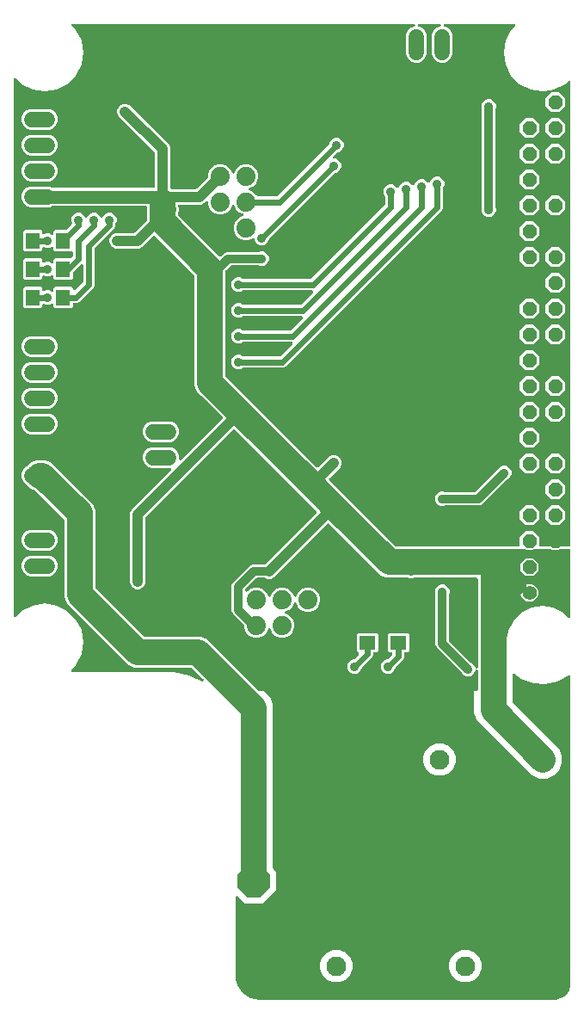
<source format=gbr>
G04 EAGLE Gerber RS-274X export*
G75*
%MOMM*%
%FSLAX34Y34*%
%LPD*%
%INBottom Copper*%
%IPPOS*%
%AMOC8*
5,1,8,0,0,1.08239X$1,22.5*%
G01*
%ADD10C,1.422400*%
%ADD11P,1.539592X8X112.500000*%
%ADD12C,1.879600*%
%ADD13C,1.524000*%
%ADD14C,1.950000*%
%ADD15P,3.436588X8X202.500000*%
%ADD16R,1.400000X1.600000*%
%ADD17R,1.600000X1.400000*%
%ADD18C,0.906400*%
%ADD19C,0.406400*%
%ADD20C,0.609600*%
%ADD21C,0.956400*%
%ADD22C,2.540000*%
%ADD23C,0.254000*%
%ADD24C,0.812800*%
%ADD25C,0.152400*%
%ADD26C,1.016000*%
%ADD27C,1.270000*%

G36*
X682521Y58423D02*
X682521Y58423D01*
X682583Y58423D01*
X684406Y58543D01*
X684450Y58551D01*
X684494Y58552D01*
X684652Y58583D01*
X688175Y59527D01*
X688254Y59560D01*
X688336Y59583D01*
X688459Y59643D01*
X688469Y59648D01*
X688473Y59650D01*
X688481Y59654D01*
X691639Y61478D01*
X691707Y61529D01*
X691781Y61573D01*
X691884Y61663D01*
X691892Y61670D01*
X691895Y61673D01*
X691902Y61679D01*
X694481Y64258D01*
X694533Y64326D01*
X694593Y64387D01*
X694669Y64501D01*
X694676Y64509D01*
X694677Y64514D01*
X694682Y64521D01*
X696506Y67679D01*
X696539Y67758D01*
X696581Y67833D01*
X696625Y67962D01*
X696629Y67972D01*
X696630Y67977D01*
X696633Y67985D01*
X697577Y71508D01*
X697583Y71552D01*
X697596Y71594D01*
X697617Y71754D01*
X697737Y73577D01*
X697735Y73598D01*
X697739Y73660D01*
X697739Y376269D01*
X697723Y376401D01*
X697712Y376533D01*
X697703Y376558D01*
X697699Y376585D01*
X697651Y376708D01*
X697607Y376833D01*
X697592Y376856D01*
X697582Y376881D01*
X697505Y376988D01*
X697431Y377098D01*
X697411Y377116D01*
X697396Y377138D01*
X697293Y377223D01*
X697195Y377311D01*
X697171Y377324D01*
X697151Y377341D01*
X697031Y377397D01*
X696914Y377459D01*
X696887Y377465D01*
X696863Y377476D01*
X696733Y377501D01*
X696604Y377532D01*
X696577Y377531D01*
X696551Y377536D01*
X696419Y377528D01*
X696286Y377525D01*
X696260Y377518D01*
X696233Y377516D01*
X696107Y377476D01*
X695980Y377440D01*
X695945Y377423D01*
X695931Y377418D01*
X695912Y377407D01*
X695835Y377369D01*
X685214Y371236D01*
X673112Y368474D01*
X660734Y369402D01*
X649179Y373937D01*
X642597Y379185D01*
X642539Y379221D01*
X642487Y379264D01*
X642404Y379303D01*
X642326Y379351D01*
X642261Y379371D01*
X642199Y379400D01*
X642109Y379417D01*
X642022Y379444D01*
X641953Y379447D01*
X641886Y379460D01*
X641795Y379454D01*
X641704Y379458D01*
X641637Y379444D01*
X641569Y379440D01*
X641482Y379412D01*
X641393Y379393D01*
X641331Y379363D01*
X641267Y379342D01*
X641189Y379293D01*
X641107Y379253D01*
X641056Y379208D01*
X640998Y379172D01*
X640935Y379105D01*
X640866Y379046D01*
X640827Y378990D01*
X640780Y378940D01*
X640736Y378860D01*
X640683Y378785D01*
X640659Y378721D01*
X640626Y378661D01*
X640604Y378573D01*
X640571Y378487D01*
X640564Y378420D01*
X640547Y378354D01*
X640537Y378193D01*
X640537Y351772D01*
X640549Y351673D01*
X640552Y351574D01*
X640569Y351516D01*
X640577Y351456D01*
X640613Y351364D01*
X640641Y351269D01*
X640671Y351217D01*
X640694Y351160D01*
X640752Y351080D01*
X640802Y350995D01*
X640868Y350920D01*
X640880Y350903D01*
X640890Y350895D01*
X640908Y350874D01*
X686495Y305287D01*
X689357Y298379D01*
X689357Y290901D01*
X686495Y283993D01*
X681207Y278705D01*
X674299Y275843D01*
X666821Y275843D01*
X659913Y278705D01*
X605805Y332813D01*
X602943Y339721D01*
X602943Y361790D01*
X605230Y361790D01*
X605348Y361805D01*
X605467Y361812D01*
X605505Y361825D01*
X605546Y361830D01*
X605656Y361874D01*
X605769Y361910D01*
X605804Y361932D01*
X605841Y361947D01*
X605937Y362017D01*
X606038Y362081D01*
X606066Y362110D01*
X606099Y362134D01*
X606175Y362225D01*
X606256Y362312D01*
X606276Y362348D01*
X606301Y362379D01*
X606352Y362486D01*
X606410Y362591D01*
X606420Y362630D01*
X606437Y362666D01*
X606459Y362783D01*
X606489Y362899D01*
X606493Y362959D01*
X606497Y362979D01*
X606495Y362999D01*
X606499Y363059D01*
X606499Y381852D01*
X606491Y381921D01*
X606492Y381991D01*
X606471Y382078D01*
X606459Y382167D01*
X606434Y382232D01*
X606417Y382300D01*
X606375Y382380D01*
X606342Y382463D01*
X606301Y382519D01*
X606269Y382581D01*
X606208Y382648D01*
X606156Y382720D01*
X606102Y382765D01*
X606055Y382817D01*
X605980Y382866D01*
X605911Y382923D01*
X605847Y382953D01*
X605789Y382991D01*
X605704Y383021D01*
X605623Y383059D01*
X605554Y383072D01*
X605488Y383095D01*
X605399Y383102D01*
X605311Y383119D01*
X605241Y383114D01*
X605171Y383120D01*
X605083Y383104D01*
X604993Y383099D01*
X604927Y383077D01*
X604858Y383065D01*
X604776Y383028D01*
X604691Y383001D01*
X604632Y382963D01*
X604568Y382935D01*
X604498Y382879D01*
X604422Y382831D01*
X604374Y382780D01*
X604320Y382736D01*
X604265Y382664D01*
X604204Y382599D01*
X604170Y382538D01*
X604128Y382482D01*
X604057Y382338D01*
X602896Y379534D01*
X600906Y377544D01*
X598307Y376467D01*
X595493Y376467D01*
X592894Y377544D01*
X590904Y379534D01*
X590533Y380430D01*
X590528Y380438D01*
X590525Y380447D01*
X590449Y380576D01*
X590375Y380706D01*
X590369Y380713D01*
X590364Y380721D01*
X590258Y380842D01*
X565901Y405199D01*
X564895Y407626D01*
X564895Y456951D01*
X564894Y456960D01*
X564895Y456969D01*
X564874Y457118D01*
X564855Y457266D01*
X564852Y457275D01*
X564851Y457284D01*
X564799Y457437D01*
X564427Y458333D01*
X564427Y461147D01*
X565504Y463746D01*
X567494Y465736D01*
X570093Y466813D01*
X572907Y466813D01*
X575506Y465736D01*
X577496Y463746D01*
X578573Y461147D01*
X578573Y458333D01*
X578201Y457437D01*
X578199Y457428D01*
X578194Y457419D01*
X578187Y457389D01*
X578181Y457377D01*
X578173Y457337D01*
X578157Y457274D01*
X578117Y457130D01*
X578117Y457121D01*
X578115Y457112D01*
X578105Y456951D01*
X578105Y412202D01*
X578117Y412103D01*
X578120Y412004D01*
X578137Y411946D01*
X578145Y411886D01*
X578181Y411794D01*
X578209Y411699D01*
X578239Y411647D01*
X578262Y411590D01*
X578320Y411510D01*
X578370Y411425D01*
X578436Y411349D01*
X578448Y411333D01*
X578458Y411325D01*
X578476Y411304D01*
X599598Y390182D01*
X599605Y390177D01*
X599611Y390170D01*
X599730Y390080D01*
X599849Y389988D01*
X599858Y389984D01*
X599865Y389978D01*
X600010Y389907D01*
X600906Y389536D01*
X602896Y387546D01*
X604057Y384742D01*
X604092Y384682D01*
X604118Y384617D01*
X604170Y384544D01*
X604215Y384466D01*
X604263Y384416D01*
X604304Y384360D01*
X604374Y384302D01*
X604436Y384238D01*
X604496Y384201D01*
X604549Y384157D01*
X604631Y384118D01*
X604707Y384072D01*
X604774Y384051D01*
X604837Y384021D01*
X604925Y384004D01*
X605011Y383978D01*
X605081Y383975D01*
X605150Y383961D01*
X605239Y383967D01*
X605329Y383963D01*
X605397Y383977D01*
X605467Y383981D01*
X605552Y384009D01*
X605640Y384027D01*
X605703Y384058D01*
X605769Y384079D01*
X605845Y384127D01*
X605926Y384167D01*
X605979Y384212D01*
X606038Y384249D01*
X606100Y384315D01*
X606168Y384373D01*
X606208Y384430D01*
X606256Y384481D01*
X606299Y384560D01*
X606351Y384633D01*
X606376Y384699D01*
X606410Y384760D01*
X606432Y384846D01*
X606464Y384931D01*
X606472Y385000D01*
X606489Y385067D01*
X606499Y385228D01*
X606499Y472146D01*
X606484Y472264D01*
X606477Y472383D01*
X606464Y472421D01*
X606459Y472462D01*
X606416Y472572D01*
X606379Y472685D01*
X606357Y472720D01*
X606342Y472757D01*
X606273Y472853D01*
X606209Y472954D01*
X606179Y472982D01*
X606156Y473015D01*
X606064Y473091D01*
X605977Y473172D01*
X605942Y473192D01*
X605911Y473217D01*
X605803Y473268D01*
X605699Y473326D01*
X605659Y473336D01*
X605623Y473353D01*
X605506Y473375D01*
X605391Y473405D01*
X605331Y473409D01*
X605311Y473413D01*
X605290Y473411D01*
X605230Y473415D01*
X543713Y473415D01*
X543703Y473414D01*
X543694Y473415D01*
X543545Y473394D01*
X543397Y473375D01*
X543388Y473372D01*
X543379Y473371D01*
X543227Y473319D01*
X542427Y472987D01*
X539613Y472987D01*
X538813Y473319D01*
X538804Y473321D01*
X538796Y473326D01*
X538651Y473363D01*
X538506Y473403D01*
X538497Y473403D01*
X538488Y473405D01*
X538327Y473415D01*
X516692Y473415D01*
X511091Y475736D01*
X460329Y526497D01*
X460235Y526570D01*
X460146Y526649D01*
X460110Y526667D01*
X460078Y526692D01*
X459969Y526739D01*
X459863Y526793D01*
X459823Y526802D01*
X459786Y526818D01*
X459669Y526837D01*
X459553Y526863D01*
X459512Y526862D01*
X459472Y526868D01*
X459354Y526857D01*
X459235Y526853D01*
X459196Y526842D01*
X459156Y526838D01*
X459043Y526798D01*
X458929Y526765D01*
X458894Y526744D01*
X458856Y526731D01*
X458758Y526664D01*
X458655Y526603D01*
X458610Y526564D01*
X458593Y526552D01*
X458580Y526537D01*
X458534Y526497D01*
X405637Y473599D01*
X402836Y472439D01*
X399804Y472439D01*
X397585Y473359D01*
X397576Y473361D01*
X397567Y473366D01*
X397422Y473403D01*
X397278Y473443D01*
X397269Y473443D01*
X397260Y473445D01*
X397099Y473455D01*
X389342Y473455D01*
X389243Y473443D01*
X389144Y473440D01*
X389086Y473423D01*
X389026Y473415D01*
X388934Y473379D01*
X388839Y473351D01*
X388787Y473321D01*
X388730Y473298D01*
X388650Y473240D01*
X388565Y473190D01*
X388489Y473124D01*
X388473Y473112D01*
X388465Y473102D01*
X388444Y473084D01*
X377816Y462456D01*
X377756Y462378D01*
X377688Y462306D01*
X377659Y462253D01*
X377622Y462205D01*
X377582Y462114D01*
X377534Y462027D01*
X377519Y461969D01*
X377495Y461913D01*
X377480Y461815D01*
X377455Y461719D01*
X377449Y461619D01*
X377445Y461599D01*
X377447Y461586D01*
X377445Y461558D01*
X377445Y460893D01*
X377462Y460755D01*
X377475Y460617D01*
X377482Y460597D01*
X377485Y460577D01*
X377536Y460448D01*
X377583Y460317D01*
X377594Y460300D01*
X377602Y460282D01*
X377683Y460169D01*
X377761Y460054D01*
X377777Y460041D01*
X377788Y460024D01*
X377896Y459936D01*
X378000Y459844D01*
X378018Y459834D01*
X378033Y459822D01*
X378159Y459762D01*
X378283Y459699D01*
X378303Y459695D01*
X378321Y459686D01*
X378457Y459660D01*
X378593Y459629D01*
X378614Y459630D01*
X378633Y459626D01*
X378772Y459635D01*
X378911Y459639D01*
X378931Y459645D01*
X378951Y459646D01*
X379083Y459689D01*
X379217Y459727D01*
X379234Y459738D01*
X379253Y459744D01*
X379371Y459819D01*
X379491Y459889D01*
X379512Y459908D01*
X379522Y459914D01*
X379536Y459929D01*
X379611Y459995D01*
X381857Y462241D01*
X386245Y464059D01*
X390995Y464059D01*
X395383Y462241D01*
X398741Y458883D01*
X400147Y455488D01*
X400216Y455367D01*
X400281Y455244D01*
X400295Y455229D01*
X400305Y455212D01*
X400402Y455112D01*
X400495Y455009D01*
X400512Y454998D01*
X400526Y454983D01*
X400644Y454911D01*
X400761Y454834D01*
X400780Y454828D01*
X400797Y454817D01*
X400930Y454776D01*
X401062Y454731D01*
X401082Y454729D01*
X401101Y454723D01*
X401240Y454717D01*
X401379Y454706D01*
X401399Y454709D01*
X401419Y454708D01*
X401555Y454736D01*
X401692Y454760D01*
X401711Y454768D01*
X401730Y454772D01*
X401855Y454834D01*
X401982Y454891D01*
X401998Y454903D01*
X402016Y454912D01*
X402122Y455003D01*
X402230Y455089D01*
X402243Y455105D01*
X402258Y455119D01*
X402338Y455232D01*
X402422Y455343D01*
X402434Y455369D01*
X402441Y455379D01*
X402448Y455398D01*
X402493Y455488D01*
X403899Y458883D01*
X407257Y462241D01*
X411645Y464059D01*
X416395Y464059D01*
X420783Y462241D01*
X424141Y458883D01*
X425547Y455488D01*
X425616Y455367D01*
X425681Y455244D01*
X425695Y455229D01*
X425705Y455212D01*
X425802Y455112D01*
X425895Y455009D01*
X425912Y454998D01*
X425926Y454983D01*
X426044Y454911D01*
X426161Y454834D01*
X426180Y454828D01*
X426197Y454817D01*
X426330Y454776D01*
X426462Y454731D01*
X426482Y454729D01*
X426501Y454723D01*
X426640Y454717D01*
X426779Y454706D01*
X426799Y454709D01*
X426819Y454708D01*
X426955Y454736D01*
X427092Y454760D01*
X427111Y454768D01*
X427130Y454772D01*
X427255Y454834D01*
X427382Y454891D01*
X427398Y454903D01*
X427416Y454912D01*
X427522Y455003D01*
X427630Y455089D01*
X427643Y455105D01*
X427658Y455119D01*
X427738Y455232D01*
X427822Y455343D01*
X427834Y455369D01*
X427841Y455379D01*
X427848Y455398D01*
X427893Y455488D01*
X429299Y458883D01*
X432657Y462241D01*
X437045Y464059D01*
X441795Y464059D01*
X446183Y462241D01*
X449541Y458883D01*
X451359Y454495D01*
X451359Y449745D01*
X449541Y445357D01*
X446183Y441999D01*
X441795Y440181D01*
X437045Y440181D01*
X432657Y441999D01*
X429299Y445357D01*
X427893Y448752D01*
X427824Y448873D01*
X427759Y448996D01*
X427745Y449011D01*
X427735Y449028D01*
X427638Y449128D01*
X427545Y449231D01*
X427528Y449242D01*
X427514Y449257D01*
X427395Y449329D01*
X427279Y449406D01*
X427260Y449412D01*
X427243Y449423D01*
X427110Y449464D01*
X426978Y449509D01*
X426958Y449511D01*
X426939Y449517D01*
X426800Y449523D01*
X426661Y449534D01*
X426641Y449531D01*
X426621Y449532D01*
X426485Y449504D01*
X426348Y449480D01*
X426329Y449472D01*
X426310Y449468D01*
X426184Y449406D01*
X426058Y449349D01*
X426042Y449337D01*
X426024Y449328D01*
X425918Y449237D01*
X425810Y449151D01*
X425797Y449135D01*
X425782Y449121D01*
X425702Y449008D01*
X425618Y448897D01*
X425606Y448871D01*
X425599Y448861D01*
X425592Y448842D01*
X425547Y448752D01*
X424141Y445357D01*
X420783Y441999D01*
X417388Y440593D01*
X417267Y440524D01*
X417144Y440459D01*
X417129Y440445D01*
X417112Y440435D01*
X417012Y440338D01*
X416909Y440245D01*
X416898Y440228D01*
X416883Y440214D01*
X416811Y440096D01*
X416734Y439979D01*
X416728Y439960D01*
X416717Y439943D01*
X416676Y439810D01*
X416631Y439678D01*
X416629Y439658D01*
X416623Y439639D01*
X416617Y439500D01*
X416606Y439361D01*
X416609Y439341D01*
X416608Y439321D01*
X416636Y439185D01*
X416660Y439048D01*
X416668Y439029D01*
X416672Y439010D01*
X416734Y438885D01*
X416791Y438758D01*
X416803Y438742D01*
X416812Y438724D01*
X416903Y438618D01*
X416989Y438510D01*
X417005Y438497D01*
X417019Y438482D01*
X417132Y438402D01*
X417243Y438318D01*
X417269Y438306D01*
X417279Y438299D01*
X417298Y438292D01*
X417388Y438247D01*
X420783Y436841D01*
X424141Y433483D01*
X425959Y429095D01*
X425959Y424345D01*
X424141Y419957D01*
X420783Y416599D01*
X416395Y414781D01*
X411645Y414781D01*
X407257Y416599D01*
X403899Y419957D01*
X402493Y423352D01*
X402424Y423473D01*
X402359Y423596D01*
X402345Y423611D01*
X402335Y423628D01*
X402238Y423728D01*
X402145Y423831D01*
X402128Y423842D01*
X402114Y423857D01*
X401995Y423929D01*
X401879Y424006D01*
X401860Y424012D01*
X401843Y424023D01*
X401710Y424064D01*
X401578Y424109D01*
X401558Y424111D01*
X401539Y424117D01*
X401400Y424123D01*
X401261Y424134D01*
X401241Y424131D01*
X401221Y424132D01*
X401085Y424104D01*
X400948Y424080D01*
X400929Y424072D01*
X400910Y424068D01*
X400784Y424006D01*
X400658Y423949D01*
X400642Y423937D01*
X400624Y423928D01*
X400518Y423837D01*
X400410Y423751D01*
X400397Y423735D01*
X400382Y423721D01*
X400302Y423608D01*
X400218Y423497D01*
X400206Y423471D01*
X400199Y423461D01*
X400192Y423442D01*
X400147Y423352D01*
X398741Y419957D01*
X395383Y416599D01*
X390995Y414781D01*
X386245Y414781D01*
X381857Y416599D01*
X378499Y419957D01*
X376681Y424345D01*
X376681Y426252D01*
X376669Y426351D01*
X376666Y426450D01*
X376649Y426508D01*
X376641Y426568D01*
X376605Y426660D01*
X376577Y426755D01*
X376547Y426807D01*
X376524Y426864D01*
X376466Y426944D01*
X376416Y427029D01*
X376350Y427105D01*
X376338Y427121D01*
X376328Y427129D01*
X376310Y427150D01*
X365241Y438219D01*
X364235Y440646D01*
X364235Y466134D01*
X365241Y468561D01*
X382339Y485659D01*
X384766Y486665D01*
X396622Y486665D01*
X396720Y486677D01*
X396819Y486680D01*
X396877Y486697D01*
X396937Y486705D01*
X397029Y486741D01*
X397124Y486769D01*
X397177Y486799D01*
X397233Y486822D01*
X397313Y486880D01*
X397398Y486930D01*
X397474Y486996D01*
X397490Y487008D01*
X397498Y487018D01*
X397519Y487036D01*
X447757Y537274D01*
X447830Y537368D01*
X447909Y537458D01*
X447927Y537494D01*
X447952Y537526D01*
X447999Y537635D01*
X448053Y537741D01*
X448062Y537780D01*
X448078Y537817D01*
X448097Y537935D01*
X448123Y538051D01*
X448122Y538092D01*
X448128Y538132D01*
X448117Y538250D01*
X448113Y538369D01*
X448102Y538408D01*
X448098Y538448D01*
X448058Y538560D01*
X448025Y538675D01*
X448004Y538709D01*
X447991Y538747D01*
X447924Y538846D01*
X447863Y538949D01*
X447824Y538994D01*
X447812Y539011D01*
X447797Y539024D01*
X447757Y539069D01*
X434775Y552051D01*
X367619Y619207D01*
X367525Y619280D01*
X367436Y619359D01*
X367400Y619377D01*
X367368Y619402D01*
X367259Y619449D01*
X367153Y619503D01*
X367113Y619512D01*
X367076Y619528D01*
X366959Y619547D01*
X366843Y619573D01*
X366802Y619572D01*
X366762Y619578D01*
X366644Y619567D01*
X366525Y619563D01*
X366486Y619552D01*
X366446Y619548D01*
X366333Y619508D01*
X366219Y619475D01*
X366184Y619454D01*
X366146Y619441D01*
X366048Y619374D01*
X365945Y619313D01*
X365900Y619274D01*
X365883Y619262D01*
X365870Y619247D01*
X365824Y619207D01*
X279772Y533155D01*
X279712Y533077D01*
X279644Y533005D01*
X279615Y532952D01*
X279578Y532904D01*
X279538Y532813D01*
X279490Y532726D01*
X279475Y532668D01*
X279451Y532612D01*
X279436Y532514D01*
X279411Y532418D01*
X279405Y532318D01*
X279401Y532298D01*
X279403Y532286D01*
X279401Y532258D01*
X279401Y468384D01*
X278241Y465583D01*
X276097Y463439D01*
X273296Y462279D01*
X270264Y462279D01*
X267463Y463439D01*
X265319Y465583D01*
X264159Y468384D01*
X264159Y537456D01*
X265319Y540257D01*
X304555Y579493D01*
X304640Y579602D01*
X304729Y579709D01*
X304738Y579728D01*
X304750Y579744D01*
X304806Y579872D01*
X304865Y579997D01*
X304868Y580017D01*
X304876Y580036D01*
X304898Y580174D01*
X304924Y580310D01*
X304923Y580330D01*
X304926Y580350D01*
X304913Y580489D01*
X304905Y580627D01*
X304898Y580646D01*
X304897Y580666D01*
X304849Y580798D01*
X304807Y580929D01*
X304796Y580947D01*
X304789Y580966D01*
X304711Y581081D01*
X304636Y581198D01*
X304622Y581212D01*
X304610Y581229D01*
X304506Y581321D01*
X304405Y581416D01*
X304387Y581426D01*
X304372Y581439D01*
X304248Y581502D01*
X304126Y581570D01*
X304107Y581575D01*
X304089Y581584D01*
X303953Y581614D01*
X303818Y581649D01*
X303790Y581651D01*
X303778Y581654D01*
X303758Y581653D01*
X303658Y581659D01*
X284999Y581659D01*
X281264Y583206D01*
X278406Y586064D01*
X276859Y589799D01*
X276859Y593841D01*
X278406Y597576D01*
X281264Y600434D01*
X284999Y601981D01*
X304281Y601981D01*
X308016Y600434D01*
X310874Y597576D01*
X312421Y593841D01*
X312421Y590422D01*
X312438Y590285D01*
X312451Y590146D01*
X312458Y590127D01*
X312461Y590107D01*
X312512Y589978D01*
X312559Y589847D01*
X312570Y589830D01*
X312578Y589811D01*
X312659Y589699D01*
X312737Y589584D01*
X312753Y589570D01*
X312764Y589554D01*
X312872Y589465D01*
X312976Y589373D01*
X312994Y589364D01*
X313009Y589351D01*
X313135Y589292D01*
X313259Y589228D01*
X313279Y589224D01*
X313297Y589215D01*
X313433Y589189D01*
X313569Y589159D01*
X313590Y589159D01*
X313609Y589156D01*
X313748Y589164D01*
X313887Y589168D01*
X313907Y589174D01*
X313927Y589175D01*
X314059Y589218D01*
X314193Y589257D01*
X314210Y589267D01*
X314229Y589273D01*
X314347Y589348D01*
X314467Y589418D01*
X314488Y589437D01*
X314498Y589444D01*
X314512Y589458D01*
X314587Y589525D01*
X355047Y629984D01*
X355120Y630079D01*
X355199Y630168D01*
X355217Y630204D01*
X355242Y630236D01*
X355289Y630345D01*
X355343Y630451D01*
X355352Y630490D01*
X355368Y630527D01*
X355387Y630645D01*
X355413Y630761D01*
X355412Y630802D01*
X355418Y630842D01*
X355407Y630960D01*
X355403Y631079D01*
X355392Y631118D01*
X355388Y631158D01*
X355348Y631270D01*
X355315Y631385D01*
X355294Y631419D01*
X355281Y631457D01*
X355214Y631556D01*
X355153Y631659D01*
X355114Y631704D01*
X355102Y631721D01*
X355087Y631734D01*
X355047Y631779D01*
X334445Y652381D01*
X329980Y656847D01*
X327659Y662448D01*
X327659Y770401D01*
X327647Y770500D01*
X327644Y770599D01*
X327627Y770657D01*
X327619Y770717D01*
X327583Y770809D01*
X327555Y770904D01*
X327525Y770956D01*
X327502Y771013D01*
X327444Y771093D01*
X327394Y771178D01*
X327328Y771253D01*
X327316Y771270D01*
X327306Y771278D01*
X327288Y771299D01*
X288879Y809707D01*
X288785Y809780D01*
X288696Y809859D01*
X288660Y809877D01*
X288628Y809902D01*
X288519Y809949D01*
X288413Y810003D01*
X288373Y810012D01*
X288336Y810028D01*
X288219Y810047D01*
X288103Y810073D01*
X288062Y810072D01*
X288022Y810078D01*
X287904Y810067D01*
X287785Y810063D01*
X287746Y810052D01*
X287706Y810048D01*
X287593Y810008D01*
X287479Y809975D01*
X287444Y809954D01*
X287406Y809941D01*
X287308Y809874D01*
X287205Y809813D01*
X287160Y809774D01*
X287143Y809762D01*
X287130Y809747D01*
X287084Y809707D01*
X276097Y798719D01*
X273296Y797559D01*
X249944Y797559D01*
X247143Y798719D01*
X244999Y800863D01*
X243839Y803664D01*
X243839Y806696D01*
X244999Y809497D01*
X247143Y811641D01*
X249944Y812801D01*
X268098Y812801D01*
X268196Y812813D01*
X268295Y812816D01*
X268353Y812833D01*
X268413Y812841D01*
X268505Y812877D01*
X268600Y812905D01*
X268653Y812935D01*
X268709Y812958D01*
X268789Y813016D01*
X268874Y813066D01*
X268950Y813132D01*
X268966Y813144D01*
X268974Y813154D01*
X268995Y813172D01*
X280592Y824769D01*
X280652Y824847D01*
X280720Y824919D01*
X280749Y824972D01*
X280786Y825020D01*
X280826Y825111D01*
X280874Y825198D01*
X280889Y825256D01*
X280913Y825312D01*
X280928Y825410D01*
X280953Y825506D01*
X280959Y825606D01*
X280963Y825626D01*
X280961Y825638D01*
X280963Y825666D01*
X280963Y838200D01*
X280948Y838318D01*
X280941Y838437D01*
X280928Y838475D01*
X280923Y838516D01*
X280880Y838626D01*
X280843Y838739D01*
X280821Y838774D01*
X280806Y838811D01*
X280737Y838907D01*
X280673Y839008D01*
X280643Y839036D01*
X280620Y839069D01*
X280528Y839145D01*
X280441Y839226D01*
X280406Y839246D01*
X280375Y839271D01*
X280267Y839322D01*
X280163Y839380D01*
X280123Y839390D01*
X280087Y839407D01*
X279970Y839429D01*
X279855Y839459D01*
X279795Y839463D01*
X279775Y839467D01*
X279754Y839465D01*
X279694Y839469D01*
X188220Y839469D01*
X188210Y839468D01*
X188201Y839469D01*
X188052Y839448D01*
X187904Y839429D01*
X187895Y839426D01*
X187886Y839425D01*
X187734Y839373D01*
X184901Y838199D01*
X165619Y838199D01*
X161884Y839746D01*
X159026Y842604D01*
X157479Y846339D01*
X157479Y850381D01*
X159026Y854116D01*
X161884Y856974D01*
X165619Y858521D01*
X184901Y858521D01*
X187734Y857347D01*
X187743Y857345D01*
X187751Y857340D01*
X187896Y857303D01*
X188041Y857263D01*
X188050Y857263D01*
X188059Y857261D01*
X188220Y857251D01*
X287314Y857251D01*
X287432Y857266D01*
X287551Y857273D01*
X287589Y857286D01*
X287630Y857291D01*
X287740Y857334D01*
X287853Y857371D01*
X287888Y857393D01*
X287925Y857408D01*
X288021Y857477D01*
X288122Y857541D01*
X288150Y857571D01*
X288183Y857594D01*
X288259Y857686D01*
X288340Y857773D01*
X288360Y857808D01*
X288385Y857839D01*
X288436Y857947D01*
X288494Y858051D01*
X288504Y858091D01*
X288521Y858127D01*
X288543Y858244D01*
X288573Y858359D01*
X288577Y858419D01*
X288581Y858439D01*
X288579Y858460D01*
X288583Y858520D01*
X288583Y891374D01*
X288571Y891472D01*
X288568Y891571D01*
X288551Y891629D01*
X288543Y891689D01*
X288507Y891781D01*
X288479Y891876D01*
X288449Y891929D01*
X288426Y891985D01*
X288368Y892065D01*
X288318Y892150D01*
X288252Y892226D01*
X288240Y892242D01*
X288230Y892250D01*
X288212Y892271D01*
X252619Y927863D01*
X251459Y930664D01*
X251459Y933696D01*
X252619Y936497D01*
X254763Y938641D01*
X257564Y939801D01*
X260596Y939801D01*
X263397Y938641D01*
X302665Y899373D01*
X303825Y896572D01*
X303825Y857468D01*
X303828Y857439D01*
X303826Y857409D01*
X303848Y857281D01*
X303865Y857152D01*
X303875Y857125D01*
X303880Y857096D01*
X303934Y856977D01*
X303982Y856857D01*
X303999Y856833D01*
X304011Y856806D01*
X304092Y856704D01*
X304168Y856599D01*
X304191Y856581D01*
X304210Y856557D01*
X304313Y856479D01*
X304413Y856397D01*
X304440Y856384D01*
X304464Y856366D01*
X304608Y856295D01*
X304931Y856162D01*
X304936Y856158D01*
X305027Y856118D01*
X305114Y856070D01*
X305172Y856055D01*
X305228Y856031D01*
X305326Y856016D01*
X305422Y855991D01*
X305521Y855985D01*
X305542Y855981D01*
X305554Y855983D01*
X305583Y855981D01*
X329058Y855981D01*
X329156Y855993D01*
X329255Y855996D01*
X329313Y856013D01*
X329373Y856021D01*
X329465Y856057D01*
X329560Y856085D01*
X329613Y856115D01*
X329669Y856138D01*
X329749Y856196D01*
X329834Y856246D01*
X329910Y856312D01*
X329926Y856324D01*
X329934Y856334D01*
X329955Y856352D01*
X340750Y867147D01*
X340810Y867225D01*
X340878Y867297D01*
X340907Y867350D01*
X340944Y867398D01*
X340984Y867489D01*
X341032Y867576D01*
X341047Y867634D01*
X341071Y867690D01*
X341086Y867788D01*
X341111Y867884D01*
X341117Y867984D01*
X341121Y868004D01*
X341119Y868016D01*
X341121Y868044D01*
X341121Y871055D01*
X342939Y875443D01*
X346297Y878801D01*
X350685Y880619D01*
X355435Y880619D01*
X359823Y878801D01*
X363181Y875443D01*
X364587Y872048D01*
X364656Y871927D01*
X364721Y871804D01*
X364735Y871789D01*
X364745Y871772D01*
X364842Y871672D01*
X364935Y871569D01*
X364952Y871558D01*
X364966Y871543D01*
X365085Y871470D01*
X365201Y871394D01*
X365220Y871388D01*
X365237Y871377D01*
X365370Y871336D01*
X365502Y871291D01*
X365522Y871289D01*
X365541Y871283D01*
X365680Y871277D01*
X365819Y871266D01*
X365839Y871269D01*
X365859Y871268D01*
X365995Y871296D01*
X366132Y871320D01*
X366151Y871328D01*
X366170Y871333D01*
X366296Y871394D01*
X366422Y871451D01*
X366438Y871463D01*
X366456Y871472D01*
X366562Y871563D01*
X366670Y871649D01*
X366683Y871665D01*
X366698Y871679D01*
X366778Y871792D01*
X366862Y871903D01*
X366874Y871929D01*
X366881Y871939D01*
X366888Y871958D01*
X366933Y872048D01*
X368339Y875443D01*
X371697Y878801D01*
X376085Y880619D01*
X380835Y880619D01*
X385223Y878801D01*
X388581Y875443D01*
X390399Y871055D01*
X390399Y866305D01*
X388581Y861917D01*
X385223Y858559D01*
X381828Y857153D01*
X381707Y857084D01*
X381584Y857019D01*
X381569Y857005D01*
X381552Y856995D01*
X381452Y856898D01*
X381349Y856805D01*
X381338Y856788D01*
X381323Y856774D01*
X381251Y856656D01*
X381174Y856539D01*
X381168Y856520D01*
X381157Y856503D01*
X381116Y856370D01*
X381071Y856238D01*
X381069Y856218D01*
X381063Y856199D01*
X381057Y856060D01*
X381046Y855921D01*
X381049Y855901D01*
X381048Y855881D01*
X381076Y855745D01*
X381100Y855608D01*
X381108Y855589D01*
X381113Y855570D01*
X381174Y855445D01*
X381231Y855318D01*
X381243Y855302D01*
X381252Y855284D01*
X381343Y855178D01*
X381429Y855070D01*
X381445Y855057D01*
X381459Y855042D01*
X381572Y854962D01*
X381683Y854878D01*
X381709Y854866D01*
X381719Y854859D01*
X381738Y854852D01*
X381828Y854807D01*
X385223Y853401D01*
X388581Y850043D01*
X388743Y849652D01*
X388758Y849627D01*
X388767Y849599D01*
X388836Y849489D01*
X388901Y849376D01*
X388921Y849355D01*
X388937Y849330D01*
X389032Y849241D01*
X389122Y849148D01*
X389147Y849132D01*
X389168Y849112D01*
X389282Y849049D01*
X389393Y848981D01*
X389421Y848973D01*
X389447Y848958D01*
X389573Y848926D01*
X389697Y848888D01*
X389726Y848886D01*
X389755Y848879D01*
X389916Y848869D01*
X408639Y848869D01*
X408738Y848881D01*
X408837Y848884D01*
X408895Y848901D01*
X408955Y848909D01*
X409047Y848945D01*
X409142Y848973D01*
X409194Y849003D01*
X409251Y849026D01*
X409331Y849084D01*
X409416Y849134D01*
X409491Y849200D01*
X409508Y849212D01*
X409516Y849222D01*
X409537Y849240D01*
X459916Y899619D01*
X459976Y899697D01*
X460044Y899770D01*
X460073Y899823D01*
X460110Y899870D01*
X460150Y899961D01*
X460198Y900048D01*
X460213Y900107D01*
X460237Y900162D01*
X460252Y900260D01*
X460277Y900356D01*
X460283Y900456D01*
X460287Y900476D01*
X460285Y900489D01*
X460287Y900517D01*
X460287Y900567D01*
X461364Y903166D01*
X463354Y905156D01*
X465953Y906233D01*
X468767Y906233D01*
X471366Y905156D01*
X473356Y903166D01*
X474433Y900567D01*
X474433Y897753D01*
X473356Y895154D01*
X471366Y893164D01*
X468767Y892087D01*
X468717Y892087D01*
X468618Y892075D01*
X468519Y892072D01*
X468461Y892055D01*
X468401Y892047D01*
X468309Y892011D01*
X468214Y891983D01*
X468162Y891953D01*
X468105Y891930D01*
X468025Y891872D01*
X467940Y891822D01*
X467865Y891756D01*
X467848Y891744D01*
X467840Y891734D01*
X467819Y891716D01*
X464183Y888079D01*
X464098Y887970D01*
X464009Y887863D01*
X464001Y887844D01*
X463988Y887828D01*
X463933Y887700D01*
X463874Y887575D01*
X463870Y887555D01*
X463862Y887536D01*
X463840Y887398D01*
X463814Y887262D01*
X463815Y887242D01*
X463812Y887222D01*
X463825Y887083D01*
X463834Y886945D01*
X463840Y886926D01*
X463842Y886906D01*
X463889Y886774D01*
X463932Y886643D01*
X463943Y886625D01*
X463949Y886606D01*
X464027Y886491D01*
X464102Y886374D01*
X464117Y886360D01*
X464128Y886343D01*
X464232Y886251D01*
X464333Y886156D01*
X464351Y886146D01*
X464366Y886133D01*
X464491Y886069D01*
X464612Y886002D01*
X464632Y885997D01*
X464650Y885988D01*
X464785Y885958D01*
X464920Y885923D01*
X464948Y885921D01*
X464960Y885918D01*
X464980Y885919D01*
X465081Y885913D01*
X466227Y885913D01*
X468826Y884836D01*
X470816Y882846D01*
X471893Y880247D01*
X471893Y877433D01*
X470816Y874834D01*
X468826Y872844D01*
X466227Y871767D01*
X466177Y871767D01*
X466078Y871755D01*
X465979Y871752D01*
X465921Y871735D01*
X465861Y871727D01*
X465769Y871691D01*
X465674Y871663D01*
X465622Y871633D01*
X465565Y871610D01*
X465485Y871552D01*
X465400Y871502D01*
X465325Y871436D01*
X465308Y871424D01*
X465300Y871414D01*
X465279Y871396D01*
X401144Y807261D01*
X401084Y807183D01*
X401016Y807110D01*
X400987Y807057D01*
X400950Y807010D01*
X400910Y806919D01*
X400862Y806832D01*
X400847Y806773D01*
X400823Y806718D01*
X400808Y806620D01*
X400783Y806524D01*
X400777Y806424D01*
X400773Y806404D01*
X400775Y806391D01*
X400773Y806363D01*
X400773Y806313D01*
X399696Y803714D01*
X397706Y801724D01*
X395107Y800647D01*
X392293Y800647D01*
X389694Y801724D01*
X387704Y803714D01*
X386627Y806313D01*
X386627Y806441D01*
X386621Y806490D01*
X386623Y806540D01*
X386601Y806647D01*
X386587Y806757D01*
X386569Y806803D01*
X386559Y806851D01*
X386511Y806950D01*
X386470Y807052D01*
X386441Y807092D01*
X386419Y807137D01*
X386348Y807221D01*
X386284Y807310D01*
X386245Y807341D01*
X386213Y807379D01*
X386123Y807442D01*
X386039Y807512D01*
X385994Y807534D01*
X385953Y807562D01*
X385850Y807601D01*
X385751Y807648D01*
X385702Y807657D01*
X385656Y807675D01*
X385546Y807687D01*
X385439Y807708D01*
X385389Y807705D01*
X385340Y807710D01*
X385231Y807695D01*
X385121Y807688D01*
X385074Y807673D01*
X385025Y807666D01*
X384872Y807614D01*
X380835Y805941D01*
X376085Y805941D01*
X371697Y807759D01*
X368339Y811117D01*
X366521Y815505D01*
X366521Y820255D01*
X368339Y824643D01*
X371697Y828001D01*
X375092Y829407D01*
X375213Y829476D01*
X375336Y829541D01*
X375351Y829555D01*
X375368Y829565D01*
X375468Y829662D01*
X375571Y829755D01*
X375582Y829772D01*
X375597Y829786D01*
X375669Y829904D01*
X375746Y830021D01*
X375752Y830040D01*
X375763Y830057D01*
X375804Y830190D01*
X375849Y830322D01*
X375851Y830342D01*
X375857Y830361D01*
X375863Y830500D01*
X375874Y830639D01*
X375871Y830659D01*
X375872Y830679D01*
X375844Y830815D01*
X375820Y830952D01*
X375812Y830971D01*
X375808Y830990D01*
X375746Y831115D01*
X375689Y831242D01*
X375677Y831258D01*
X375668Y831276D01*
X375577Y831382D01*
X375491Y831490D01*
X375475Y831503D01*
X375461Y831518D01*
X375348Y831598D01*
X375237Y831682D01*
X375211Y831694D01*
X375201Y831701D01*
X375182Y831708D01*
X375092Y831753D01*
X371697Y833159D01*
X368339Y836517D01*
X366933Y839912D01*
X366864Y840033D01*
X366799Y840156D01*
X366785Y840171D01*
X366775Y840188D01*
X366678Y840288D01*
X366585Y840391D01*
X366568Y840402D01*
X366554Y840417D01*
X366435Y840489D01*
X366319Y840566D01*
X366300Y840572D01*
X366283Y840583D01*
X366150Y840624D01*
X366018Y840669D01*
X365998Y840671D01*
X365979Y840677D01*
X365840Y840683D01*
X365701Y840694D01*
X365681Y840691D01*
X365661Y840692D01*
X365525Y840664D01*
X365388Y840640D01*
X365369Y840632D01*
X365350Y840628D01*
X365224Y840566D01*
X365098Y840509D01*
X365082Y840497D01*
X365064Y840488D01*
X364958Y840397D01*
X364850Y840311D01*
X364837Y840295D01*
X364822Y840281D01*
X364742Y840168D01*
X364658Y840057D01*
X364646Y840031D01*
X364639Y840021D01*
X364632Y840002D01*
X364587Y839912D01*
X363181Y836517D01*
X359823Y833159D01*
X355435Y831341D01*
X350685Y831341D01*
X346297Y833159D01*
X342939Y836517D01*
X341121Y840905D01*
X341121Y842900D01*
X341104Y843037D01*
X341091Y843176D01*
X341084Y843195D01*
X341081Y843215D01*
X341030Y843344D01*
X340983Y843475D01*
X340972Y843492D01*
X340964Y843511D01*
X340883Y843623D01*
X340805Y843738D01*
X340789Y843752D01*
X340778Y843768D01*
X340670Y843857D01*
X340566Y843949D01*
X340548Y843958D01*
X340533Y843971D01*
X340407Y844030D01*
X340283Y844094D01*
X340263Y844098D01*
X340245Y844107D01*
X340109Y844133D01*
X339973Y844163D01*
X339952Y844163D01*
X339933Y844166D01*
X339794Y844158D01*
X339655Y844154D01*
X339635Y844148D01*
X339615Y844147D01*
X339483Y844104D01*
X339349Y844065D01*
X339332Y844055D01*
X339313Y844049D01*
X339195Y843974D01*
X339075Y843904D01*
X339054Y843885D01*
X339044Y843878D01*
X339030Y843863D01*
X338955Y843797D01*
X337057Y841899D01*
X334256Y840739D01*
X312785Y840739D01*
X312735Y840733D01*
X312686Y840735D01*
X312578Y840713D01*
X312469Y840699D01*
X312423Y840681D01*
X312374Y840671D01*
X312276Y840623D01*
X312174Y840582D01*
X312133Y840553D01*
X312089Y840531D01*
X312005Y840460D01*
X311916Y840396D01*
X311885Y840357D01*
X311847Y840325D01*
X311784Y840235D01*
X311713Y840151D01*
X311692Y840106D01*
X311664Y840065D01*
X311625Y839962D01*
X311578Y839863D01*
X311569Y839814D01*
X311551Y839768D01*
X311539Y839658D01*
X311518Y839551D01*
X311521Y839501D01*
X311516Y839452D01*
X311531Y839343D01*
X311538Y839233D01*
X311553Y839186D01*
X311560Y839137D01*
X311612Y838984D01*
X311933Y838210D01*
X311933Y834673D01*
X311541Y833729D01*
X311539Y833720D01*
X311534Y833712D01*
X311497Y833566D01*
X311457Y833422D01*
X311457Y833413D01*
X311455Y833404D01*
X311445Y833243D01*
X311445Y830775D01*
X311457Y830676D01*
X311460Y830577D01*
X311477Y830519D01*
X311485Y830459D01*
X311521Y830367D01*
X311549Y830272D01*
X311579Y830220D01*
X311602Y830163D01*
X311660Y830083D01*
X311710Y829998D01*
X311776Y829923D01*
X311788Y829906D01*
X311798Y829898D01*
X311816Y829877D01*
X351919Y789775D01*
X352013Y789701D01*
X352102Y789623D01*
X352138Y789604D01*
X352170Y789580D01*
X352280Y789532D01*
X352386Y789478D01*
X352425Y789469D01*
X352462Y789453D01*
X352580Y789435D01*
X352696Y789409D01*
X352736Y789410D01*
X352776Y789403D01*
X352895Y789415D01*
X353014Y789418D01*
X353053Y789429D01*
X353093Y789433D01*
X353205Y789474D01*
X353319Y789507D01*
X353354Y789527D01*
X353392Y789541D01*
X353491Y789608D01*
X353593Y789668D01*
X353638Y789708D01*
X353655Y789719D01*
X353669Y789735D01*
X353714Y789775D01*
X356939Y792999D01*
X359366Y794005D01*
X390911Y794005D01*
X390920Y794006D01*
X390929Y794005D01*
X391078Y794026D01*
X391226Y794045D01*
X391235Y794048D01*
X391244Y794049D01*
X391397Y794101D01*
X392293Y794473D01*
X395107Y794473D01*
X397706Y793396D01*
X399696Y791406D01*
X400773Y788807D01*
X400773Y785993D01*
X399696Y783394D01*
X397706Y781404D01*
X395107Y780327D01*
X392293Y780327D01*
X391397Y780699D01*
X391388Y780701D01*
X391379Y780706D01*
X391234Y780743D01*
X391090Y780783D01*
X391081Y780783D01*
X391072Y780785D01*
X390911Y780795D01*
X363942Y780795D01*
X363843Y780783D01*
X363744Y780780D01*
X363686Y780763D01*
X363626Y780755D01*
X363534Y780719D01*
X363439Y780691D01*
X363387Y780661D01*
X363330Y780638D01*
X363250Y780580D01*
X363165Y780530D01*
X363089Y780464D01*
X363073Y780452D01*
X363065Y780442D01*
X363044Y780424D01*
X358512Y775892D01*
X358452Y775814D01*
X358384Y775742D01*
X358355Y775689D01*
X358318Y775641D01*
X358278Y775550D01*
X358230Y775463D01*
X358215Y775405D01*
X358191Y775349D01*
X358176Y775251D01*
X358151Y775155D01*
X358145Y775055D01*
X358141Y775035D01*
X358143Y775022D01*
X358141Y774994D01*
X358141Y672319D01*
X358153Y672220D01*
X358156Y672121D01*
X358173Y672063D01*
X358181Y672003D01*
X358217Y671911D01*
X358245Y671816D01*
X358275Y671764D01*
X358298Y671707D01*
X358356Y671627D01*
X358406Y671542D01*
X358472Y671467D01*
X358484Y671450D01*
X358494Y671442D01*
X358512Y671421D01*
X386479Y643455D01*
X447721Y582213D01*
X447815Y582140D01*
X447904Y582061D01*
X447940Y582043D01*
X447972Y582018D01*
X448081Y581971D01*
X448187Y581917D01*
X448227Y581908D01*
X448264Y581892D01*
X448381Y581873D01*
X448497Y581847D01*
X448538Y581848D01*
X448578Y581842D01*
X448696Y581853D01*
X448815Y581857D01*
X448854Y581868D01*
X448894Y581872D01*
X449007Y581912D01*
X449121Y581945D01*
X449156Y581966D01*
X449194Y581979D01*
X449292Y582046D01*
X449395Y582107D01*
X449440Y582146D01*
X449457Y582158D01*
X449470Y582173D01*
X449516Y582213D01*
X460503Y593201D01*
X463304Y594361D01*
X466336Y594361D01*
X469137Y593201D01*
X471281Y591057D01*
X472441Y588256D01*
X472441Y585224D01*
X471281Y582423D01*
X460293Y571436D01*
X460220Y571342D01*
X460141Y571252D01*
X460123Y571216D01*
X460098Y571184D01*
X460051Y571075D01*
X459997Y570969D01*
X459988Y570930D01*
X459972Y570893D01*
X459953Y570775D01*
X459927Y570659D01*
X459928Y570618D01*
X459922Y570578D01*
X459933Y570460D01*
X459937Y570341D01*
X459948Y570302D01*
X459952Y570262D01*
X459992Y570150D01*
X460025Y570035D01*
X460046Y570001D01*
X460059Y569963D01*
X460126Y569864D01*
X460187Y569761D01*
X460226Y569716D01*
X460238Y569699D01*
X460253Y569686D01*
X460293Y569641D01*
X477919Y552015D01*
X525665Y504268D01*
X525743Y504208D01*
X525816Y504140D01*
X525869Y504111D01*
X525916Y504074D01*
X526007Y504034D01*
X526094Y503986D01*
X526153Y503971D01*
X526208Y503947D01*
X526306Y503932D01*
X526402Y503907D01*
X526502Y503901D01*
X526522Y503897D01*
X526535Y503899D01*
X526563Y503897D01*
X619760Y503897D01*
X619878Y503912D01*
X619997Y503919D01*
X620035Y503932D01*
X620076Y503937D01*
X620186Y503980D01*
X620299Y504017D01*
X620334Y504039D01*
X620371Y504054D01*
X620467Y504123D01*
X620568Y504187D01*
X620571Y504191D01*
X646378Y504191D01*
X646496Y504206D01*
X646615Y504213D01*
X646653Y504226D01*
X646694Y504231D01*
X646804Y504274D01*
X646917Y504311D01*
X646952Y504333D01*
X646989Y504348D01*
X647085Y504418D01*
X647186Y504481D01*
X647214Y504511D01*
X647247Y504534D01*
X647323Y504626D01*
X647404Y504713D01*
X647424Y504748D01*
X647449Y504779D01*
X647500Y504887D01*
X647558Y504991D01*
X647568Y505031D01*
X647585Y505067D01*
X647607Y505184D01*
X647637Y505299D01*
X647641Y505360D01*
X647645Y505380D01*
X647643Y505400D01*
X647647Y505460D01*
X647647Y513498D01*
X653302Y519153D01*
X661298Y519153D01*
X666953Y513498D01*
X666953Y505460D01*
X666968Y505342D01*
X666975Y505223D01*
X666988Y505185D01*
X666993Y505144D01*
X667036Y505034D01*
X667073Y504921D01*
X667095Y504886D01*
X667110Y504849D01*
X667179Y504753D01*
X667243Y504652D01*
X667273Y504624D01*
X667296Y504591D01*
X667388Y504516D01*
X667475Y504434D01*
X667510Y504414D01*
X667541Y504389D01*
X667649Y504338D01*
X667753Y504280D01*
X667793Y504270D01*
X667829Y504253D01*
X667946Y504231D01*
X668061Y504201D01*
X668121Y504197D01*
X668141Y504193D01*
X668162Y504195D01*
X668222Y504191D01*
X696470Y504191D01*
X696588Y504206D01*
X696707Y504213D01*
X696745Y504226D01*
X696786Y504231D01*
X696896Y504274D01*
X697009Y504311D01*
X697044Y504333D01*
X697081Y504348D01*
X697177Y504418D01*
X697278Y504481D01*
X697306Y504511D01*
X697339Y504534D01*
X697415Y504626D01*
X697496Y504713D01*
X697516Y504748D01*
X697541Y504779D01*
X697592Y504887D01*
X697650Y504991D01*
X697660Y505031D01*
X697677Y505067D01*
X697699Y505184D01*
X697729Y505299D01*
X697733Y505360D01*
X697737Y505380D01*
X697735Y505400D01*
X697739Y505460D01*
X697739Y961478D01*
X697722Y961615D01*
X697709Y961754D01*
X697702Y961773D01*
X697699Y961793D01*
X697648Y961922D01*
X697601Y962054D01*
X697590Y962070D01*
X697582Y962089D01*
X697501Y962202D01*
X697423Y962317D01*
X697407Y962330D01*
X697396Y962347D01*
X697288Y962435D01*
X697184Y962527D01*
X697166Y962536D01*
X697151Y962549D01*
X697025Y962609D01*
X696901Y962672D01*
X696881Y962676D01*
X696863Y962685D01*
X696727Y962711D01*
X696591Y962741D01*
X696570Y962741D01*
X696551Y962745D01*
X696412Y962736D01*
X696273Y962732D01*
X696253Y962726D01*
X696233Y962725D01*
X696101Y962682D01*
X695967Y962643D01*
X695950Y962633D01*
X695931Y962627D01*
X695813Y962552D01*
X695693Y962482D01*
X695672Y962463D01*
X695662Y962457D01*
X695648Y962442D01*
X695573Y962375D01*
X692386Y959189D01*
X681769Y953779D01*
X679853Y953476D01*
X679795Y953459D01*
X679736Y953451D01*
X679643Y953415D01*
X679547Y953387D01*
X679496Y953356D01*
X679440Y953334D01*
X679359Y953276D01*
X679273Y953225D01*
X679231Y953183D01*
X679183Y953148D01*
X679119Y953071D01*
X679049Y953000D01*
X679018Y952949D01*
X678980Y952903D01*
X678937Y952812D01*
X678887Y952727D01*
X678870Y952669D01*
X678844Y952615D01*
X678821Y952642D01*
X678776Y952708D01*
X678716Y952761D01*
X678663Y952820D01*
X678597Y952865D01*
X678537Y952918D01*
X678466Y952955D01*
X678401Y952999D01*
X678325Y953027D01*
X678254Y953063D01*
X678176Y953080D01*
X678101Y953107D01*
X678022Y953115D01*
X677944Y953133D01*
X677864Y953130D01*
X677785Y953138D01*
X677627Y953123D01*
X677626Y953123D01*
X677625Y953123D01*
X670000Y951915D01*
X658231Y953779D01*
X647614Y959189D01*
X639189Y967614D01*
X633779Y978231D01*
X631915Y990000D01*
X633779Y1001769D01*
X639189Y1012386D01*
X643075Y1016273D01*
X643161Y1016382D01*
X643249Y1016489D01*
X643258Y1016508D01*
X643270Y1016524D01*
X643326Y1016652D01*
X643385Y1016777D01*
X643389Y1016797D01*
X643397Y1016816D01*
X643419Y1016954D01*
X643445Y1017090D01*
X643443Y1017110D01*
X643447Y1017130D01*
X643433Y1017269D01*
X643425Y1017407D01*
X643419Y1017426D01*
X643417Y1017446D01*
X643370Y1017578D01*
X643327Y1017709D01*
X643316Y1017727D01*
X643309Y1017746D01*
X643231Y1017861D01*
X643157Y1017978D01*
X643142Y1017992D01*
X643131Y1018009D01*
X643026Y1018101D01*
X642925Y1018196D01*
X642907Y1018206D01*
X642892Y1018219D01*
X642768Y1018283D01*
X642647Y1018350D01*
X642627Y1018355D01*
X642609Y1018364D01*
X642473Y1018394D01*
X642339Y1018429D01*
X642311Y1018431D01*
X642299Y1018434D01*
X642278Y1018433D01*
X642178Y1018439D01*
X574015Y1018439D01*
X573946Y1018431D01*
X573876Y1018432D01*
X573788Y1018411D01*
X573699Y1018399D01*
X573634Y1018374D01*
X573567Y1018357D01*
X573487Y1018315D01*
X573404Y1018282D01*
X573347Y1018241D01*
X573285Y1018209D01*
X573219Y1018148D01*
X573146Y1018096D01*
X573102Y1018042D01*
X573050Y1017995D01*
X573001Y1017920D01*
X572943Y1017851D01*
X572914Y1017787D01*
X572875Y1017729D01*
X572846Y1017644D01*
X572808Y1017563D01*
X572795Y1017494D01*
X572772Y1017428D01*
X572765Y1017339D01*
X572748Y1017251D01*
X572753Y1017181D01*
X572747Y1017111D01*
X572762Y1017023D01*
X572768Y1016933D01*
X572789Y1016867D01*
X572801Y1016798D01*
X572838Y1016716D01*
X572866Y1016631D01*
X572903Y1016572D01*
X572932Y1016508D01*
X572988Y1016438D01*
X573036Y1016362D01*
X573087Y1016314D01*
X573131Y1016260D01*
X573202Y1016205D01*
X573268Y1016144D01*
X573329Y1016110D01*
X573385Y1016068D01*
X573529Y1015997D01*
X577256Y1014454D01*
X580114Y1011596D01*
X581661Y1007861D01*
X581661Y988579D01*
X580114Y984844D01*
X577256Y981986D01*
X573521Y980439D01*
X569479Y980439D01*
X565744Y981986D01*
X562886Y984844D01*
X561339Y988579D01*
X561339Y1007861D01*
X562886Y1011596D01*
X565744Y1014454D01*
X569471Y1015997D01*
X569531Y1016032D01*
X569596Y1016058D01*
X569669Y1016110D01*
X569747Y1016155D01*
X569797Y1016203D01*
X569854Y1016244D01*
X569911Y1016314D01*
X569976Y1016376D01*
X570012Y1016436D01*
X570057Y1016489D01*
X570095Y1016571D01*
X570142Y1016647D01*
X570162Y1016714D01*
X570192Y1016777D01*
X570209Y1016865D01*
X570235Y1016951D01*
X570239Y1017021D01*
X570252Y1017090D01*
X570246Y1017179D01*
X570251Y1017269D01*
X570236Y1017337D01*
X570232Y1017407D01*
X570204Y1017492D01*
X570186Y1017580D01*
X570156Y1017643D01*
X570134Y1017709D01*
X570086Y1017785D01*
X570047Y1017866D01*
X570001Y1017919D01*
X569964Y1017978D01*
X569898Y1018040D01*
X569840Y1018108D01*
X569783Y1018148D01*
X569732Y1018196D01*
X569654Y1018239D01*
X569580Y1018291D01*
X569515Y1018316D01*
X569454Y1018350D01*
X569367Y1018372D01*
X569283Y1018404D01*
X569213Y1018412D01*
X569146Y1018429D01*
X568985Y1018439D01*
X548615Y1018439D01*
X548546Y1018431D01*
X548476Y1018432D01*
X548388Y1018411D01*
X548299Y1018399D01*
X548234Y1018374D01*
X548167Y1018357D01*
X548087Y1018315D01*
X548004Y1018282D01*
X547947Y1018241D01*
X547885Y1018209D01*
X547819Y1018148D01*
X547746Y1018096D01*
X547702Y1018042D01*
X547650Y1017995D01*
X547601Y1017920D01*
X547543Y1017851D01*
X547514Y1017787D01*
X547475Y1017729D01*
X547446Y1017644D01*
X547408Y1017563D01*
X547395Y1017494D01*
X547372Y1017428D01*
X547365Y1017339D01*
X547348Y1017251D01*
X547353Y1017181D01*
X547347Y1017111D01*
X547362Y1017023D01*
X547368Y1016933D01*
X547389Y1016867D01*
X547401Y1016798D01*
X547438Y1016716D01*
X547466Y1016631D01*
X547503Y1016572D01*
X547532Y1016508D01*
X547588Y1016438D01*
X547636Y1016362D01*
X547687Y1016314D01*
X547731Y1016260D01*
X547802Y1016205D01*
X547868Y1016144D01*
X547929Y1016110D01*
X547985Y1016068D01*
X548129Y1015997D01*
X551856Y1014454D01*
X554714Y1011596D01*
X556261Y1007861D01*
X556261Y988579D01*
X554714Y984844D01*
X551856Y981986D01*
X548121Y980439D01*
X544079Y980439D01*
X540344Y981986D01*
X537486Y984844D01*
X535939Y988579D01*
X535939Y1007861D01*
X537486Y1011596D01*
X540344Y1014454D01*
X544071Y1015997D01*
X544131Y1016032D01*
X544196Y1016058D01*
X544269Y1016110D01*
X544347Y1016155D01*
X544397Y1016203D01*
X544454Y1016244D01*
X544511Y1016314D01*
X544576Y1016376D01*
X544612Y1016436D01*
X544657Y1016489D01*
X544695Y1016571D01*
X544742Y1016647D01*
X544762Y1016714D01*
X544792Y1016777D01*
X544809Y1016865D01*
X544835Y1016951D01*
X544839Y1017021D01*
X544852Y1017090D01*
X544846Y1017179D01*
X544851Y1017269D01*
X544836Y1017337D01*
X544832Y1017407D01*
X544804Y1017492D01*
X544786Y1017580D01*
X544756Y1017643D01*
X544734Y1017709D01*
X544686Y1017785D01*
X544647Y1017866D01*
X544601Y1017919D01*
X544564Y1017978D01*
X544498Y1018040D01*
X544440Y1018108D01*
X544383Y1018148D01*
X544332Y1018196D01*
X544254Y1018239D01*
X544180Y1018291D01*
X544115Y1018316D01*
X544054Y1018350D01*
X543967Y1018372D01*
X543883Y1018404D01*
X543813Y1018412D01*
X543746Y1018429D01*
X543585Y1018439D01*
X207822Y1018439D01*
X207684Y1018422D01*
X207546Y1018409D01*
X207527Y1018402D01*
X207507Y1018399D01*
X207377Y1018348D01*
X207246Y1018301D01*
X207230Y1018290D01*
X207211Y1018282D01*
X207098Y1018201D01*
X206983Y1018123D01*
X206970Y1018107D01*
X206953Y1018096D01*
X206865Y1017988D01*
X206773Y1017884D01*
X206764Y1017866D01*
X206751Y1017851D01*
X206691Y1017725D01*
X206628Y1017601D01*
X206624Y1017581D01*
X206615Y1017563D01*
X206589Y1017427D01*
X206559Y1017291D01*
X206559Y1017270D01*
X206555Y1017251D01*
X206564Y1017112D01*
X206568Y1016973D01*
X206574Y1016953D01*
X206575Y1016933D01*
X206618Y1016801D01*
X206657Y1016667D01*
X206667Y1016650D01*
X206673Y1016631D01*
X206748Y1016513D01*
X206818Y1016393D01*
X206837Y1016372D01*
X206843Y1016362D01*
X206858Y1016348D01*
X206925Y1016273D01*
X210811Y1012386D01*
X216221Y1001769D01*
X218085Y990000D01*
X216221Y978231D01*
X210811Y967614D01*
X202386Y959189D01*
X191769Y953779D01*
X180000Y951915D01*
X168231Y953779D01*
X157614Y959189D01*
X152027Y964775D01*
X151918Y964861D01*
X151811Y964949D01*
X151792Y964958D01*
X151776Y964970D01*
X151648Y965026D01*
X151523Y965085D01*
X151503Y965089D01*
X151484Y965097D01*
X151346Y965119D01*
X151210Y965145D01*
X151190Y965143D01*
X151170Y965147D01*
X151031Y965133D01*
X150893Y965125D01*
X150874Y965119D01*
X150854Y965117D01*
X150722Y965070D01*
X150591Y965027D01*
X150573Y965016D01*
X150554Y965009D01*
X150439Y964931D01*
X150322Y964857D01*
X150308Y964842D01*
X150291Y964831D01*
X150199Y964726D01*
X150104Y964625D01*
X150094Y964607D01*
X150081Y964592D01*
X150017Y964468D01*
X149950Y964347D01*
X149945Y964327D01*
X149936Y964309D01*
X149906Y964173D01*
X149871Y964039D01*
X149869Y964011D01*
X149866Y963999D01*
X149867Y963978D01*
X149861Y963878D01*
X149861Y436122D01*
X149878Y435984D01*
X149891Y435846D01*
X149898Y435827D01*
X149901Y435807D01*
X149952Y435677D01*
X149999Y435546D01*
X150010Y435530D01*
X150018Y435511D01*
X150099Y435398D01*
X150177Y435283D01*
X150193Y435270D01*
X150204Y435253D01*
X150312Y435165D01*
X150416Y435073D01*
X150434Y435064D01*
X150449Y435051D01*
X150575Y434991D01*
X150699Y434928D01*
X150719Y434924D01*
X150737Y434915D01*
X150873Y434889D01*
X151009Y434859D01*
X151030Y434859D01*
X151049Y434855D01*
X151188Y434864D01*
X151327Y434868D01*
X151347Y434874D01*
X151367Y434875D01*
X151499Y434918D01*
X151633Y434957D01*
X151650Y434967D01*
X151669Y434973D01*
X151787Y435048D01*
X151907Y435118D01*
X151928Y435137D01*
X151938Y435143D01*
X151952Y435158D01*
X152027Y435225D01*
X157614Y440811D01*
X168231Y446221D01*
X180000Y448085D01*
X191769Y446221D01*
X202386Y440811D01*
X210811Y432386D01*
X216221Y421769D01*
X218085Y410000D01*
X216221Y398231D01*
X210811Y387614D01*
X206365Y383167D01*
X206279Y383057D01*
X206191Y382951D01*
X206182Y382932D01*
X206170Y382916D01*
X206114Y382788D01*
X206055Y382663D01*
X206051Y382643D01*
X206043Y382624D01*
X206021Y382486D01*
X205995Y382350D01*
X205997Y382330D01*
X205993Y382310D01*
X206007Y382171D01*
X206015Y382033D01*
X206021Y382014D01*
X206023Y381994D01*
X206070Y381862D01*
X206113Y381731D01*
X206124Y381713D01*
X206131Y381694D01*
X206209Y381579D01*
X206283Y381462D01*
X206298Y381448D01*
X206309Y381431D01*
X206414Y381339D01*
X206515Y381244D01*
X206533Y381234D01*
X206548Y381221D01*
X206672Y381157D01*
X206793Y381090D01*
X206813Y381085D01*
X206831Y381076D01*
X206967Y381046D01*
X207101Y381011D01*
X207129Y381009D01*
X207141Y381006D01*
X207162Y381007D01*
X207262Y381001D01*
X307447Y381001D01*
X322514Y377562D01*
X334861Y371616D01*
X334961Y371582D01*
X335058Y371540D01*
X335111Y371532D01*
X335163Y371515D01*
X335268Y371507D01*
X335372Y371491D01*
X335426Y371496D01*
X335480Y371492D01*
X335584Y371510D01*
X335689Y371520D01*
X335740Y371539D01*
X335793Y371548D01*
X335889Y371592D01*
X335988Y371628D01*
X336033Y371659D01*
X336082Y371681D01*
X336164Y371747D01*
X336251Y371807D01*
X336287Y371847D01*
X336329Y371882D01*
X336392Y371966D01*
X336461Y372045D01*
X336486Y372093D01*
X336518Y372137D01*
X336558Y372234D01*
X336606Y372328D01*
X336618Y372381D01*
X336638Y372432D01*
X336653Y372536D01*
X336676Y372639D01*
X336674Y372693D01*
X336681Y372747D01*
X336669Y372851D01*
X336666Y372956D01*
X336651Y373009D01*
X336645Y373063D01*
X336607Y373161D01*
X336578Y373262D01*
X336550Y373309D01*
X336531Y373359D01*
X336470Y373445D01*
X336416Y373536D01*
X336359Y373601D01*
X336346Y373619D01*
X336335Y373628D01*
X336310Y373657D01*
X325235Y384732D01*
X325157Y384792D01*
X325084Y384860D01*
X325031Y384889D01*
X324984Y384926D01*
X324893Y384966D01*
X324806Y385014D01*
X324747Y385029D01*
X324692Y385053D01*
X324594Y385068D01*
X324498Y385093D01*
X324398Y385099D01*
X324378Y385103D01*
X324365Y385101D01*
X324337Y385103D01*
X268599Y385103D01*
X262998Y387424D01*
X258532Y391889D01*
X206469Y443952D01*
X202004Y448418D01*
X199683Y454019D01*
X199683Y530077D01*
X199671Y530176D01*
X199668Y530275D01*
X199651Y530333D01*
X199643Y530393D01*
X199607Y530485D01*
X199579Y530580D01*
X199549Y530632D01*
X199526Y530689D01*
X199468Y530769D01*
X199418Y530854D01*
X199352Y530929D01*
X199340Y530946D01*
X199330Y530954D01*
X199312Y530975D01*
X171141Y559145D01*
X171134Y559151D01*
X171128Y559158D01*
X171009Y559248D01*
X170890Y559340D01*
X170882Y559344D01*
X170874Y559349D01*
X170730Y559420D01*
X166627Y561120D01*
X162807Y564939D01*
X162800Y564945D01*
X162794Y564952D01*
X162674Y565042D01*
X162556Y565134D01*
X162547Y565138D01*
X162540Y565144D01*
X162395Y565215D01*
X161884Y565426D01*
X159026Y568284D01*
X157479Y572019D01*
X157479Y576061D01*
X159026Y579796D01*
X161884Y582654D01*
X162395Y582865D01*
X162403Y582870D01*
X162412Y582873D01*
X162541Y582949D01*
X162671Y583023D01*
X162678Y583029D01*
X162686Y583034D01*
X162807Y583141D01*
X166627Y586960D01*
X172228Y589281D01*
X180832Y589281D01*
X186433Y586960D01*
X227844Y545549D01*
X230165Y539948D01*
X230165Y463890D01*
X230177Y463791D01*
X230180Y463692D01*
X230197Y463634D01*
X230205Y463574D01*
X230241Y463482D01*
X230269Y463387D01*
X230299Y463335D01*
X230322Y463278D01*
X230380Y463198D01*
X230430Y463113D01*
X230496Y463038D01*
X230508Y463021D01*
X230518Y463013D01*
X230536Y462992D01*
X277572Y415956D01*
X277650Y415896D01*
X277723Y415828D01*
X277776Y415799D01*
X277823Y415762D01*
X277914Y415722D01*
X278001Y415674D01*
X278060Y415659D01*
X278115Y415635D01*
X278213Y415620D01*
X278309Y415595D01*
X278409Y415589D01*
X278429Y415585D01*
X278442Y415587D01*
X278470Y415585D01*
X334208Y415585D01*
X339809Y413264D01*
X390912Y362162D01*
X390990Y362101D01*
X391062Y362033D01*
X391115Y362004D01*
X391163Y361967D01*
X391254Y361927D01*
X391341Y361880D01*
X391399Y361865D01*
X391455Y361840D01*
X391553Y361825D01*
X391649Y361800D01*
X391749Y361794D01*
X391769Y361791D01*
X391781Y361792D01*
X391809Y361790D01*
X396313Y361790D01*
X402015Y356087D01*
X404877Y349179D01*
X404877Y188062D01*
X404889Y187964D01*
X404892Y187865D01*
X404909Y187806D01*
X404917Y187746D01*
X404953Y187654D01*
X404981Y187559D01*
X405011Y187507D01*
X405034Y187451D01*
X405092Y187370D01*
X405142Y187285D01*
X405208Y187210D01*
X405220Y187193D01*
X405230Y187185D01*
X405248Y187164D01*
X408052Y184361D01*
X408052Y166159D01*
X395181Y153288D01*
X376979Y153288D01*
X370467Y159800D01*
X370358Y159885D01*
X370251Y159974D01*
X370232Y159982D01*
X370216Y159995D01*
X370088Y160050D01*
X369963Y160109D01*
X369943Y160113D01*
X369924Y160121D01*
X369786Y160143D01*
X369650Y160169D01*
X369630Y160168D01*
X369610Y160171D01*
X369471Y160158D01*
X369333Y160149D01*
X369314Y160143D01*
X369294Y160141D01*
X369162Y160094D01*
X369031Y160051D01*
X369013Y160040D01*
X368994Y160034D01*
X368879Y159955D01*
X368762Y159881D01*
X368748Y159866D01*
X368731Y159855D01*
X368639Y159751D01*
X368544Y159649D01*
X368534Y159632D01*
X368521Y159617D01*
X368457Y159492D01*
X368390Y159371D01*
X368385Y159351D01*
X368376Y159333D01*
X368346Y159197D01*
X368311Y159063D01*
X368309Y159035D01*
X368306Y159023D01*
X368307Y159003D01*
X368301Y158902D01*
X368301Y81280D01*
X368303Y81259D01*
X368303Y81197D01*
X368488Y78379D01*
X368497Y78336D01*
X368497Y78291D01*
X368529Y78133D01*
X369987Y72689D01*
X370020Y72610D01*
X370043Y72528D01*
X370103Y72405D01*
X370108Y72395D01*
X370110Y72391D01*
X370114Y72383D01*
X372932Y67502D01*
X372984Y67434D01*
X373028Y67360D01*
X373118Y67257D01*
X373125Y67249D01*
X373128Y67246D01*
X373134Y67239D01*
X377119Y63254D01*
X377187Y63202D01*
X377248Y63141D01*
X377362Y63066D01*
X377371Y63059D01*
X377375Y63057D01*
X377382Y63052D01*
X382263Y60234D01*
X382342Y60201D01*
X382417Y60159D01*
X382546Y60115D01*
X382556Y60111D01*
X382561Y60110D01*
X382569Y60107D01*
X388013Y58649D01*
X388057Y58643D01*
X388099Y58629D01*
X388259Y58608D01*
X391077Y58423D01*
X391098Y58425D01*
X391160Y58421D01*
X682500Y58421D01*
X682521Y58423D01*
G37*
%LPC*%
G36*
X369433Y678727D02*
X369433Y678727D01*
X366834Y679804D01*
X364844Y681794D01*
X363767Y684393D01*
X363767Y687207D01*
X364844Y689806D01*
X366834Y691796D01*
X369433Y692873D01*
X372247Y692873D01*
X374846Y691796D01*
X374882Y691760D01*
X374960Y691700D01*
X375032Y691632D01*
X375085Y691603D01*
X375133Y691566D01*
X375224Y691526D01*
X375311Y691478D01*
X375369Y691463D01*
X375425Y691439D01*
X375523Y691424D01*
X375619Y691399D01*
X375719Y691393D01*
X375739Y691389D01*
X375751Y691391D01*
X375779Y691389D01*
X411354Y691389D01*
X411453Y691401D01*
X411552Y691404D01*
X411610Y691421D01*
X411670Y691429D01*
X411762Y691465D01*
X411857Y691493D01*
X411909Y691523D01*
X411966Y691546D01*
X412046Y691604D01*
X412131Y691654D01*
X412206Y691720D01*
X412223Y691732D01*
X412231Y691742D01*
X412252Y691760D01*
X423936Y703445D01*
X424021Y703554D01*
X424110Y703661D01*
X424118Y703680D01*
X424131Y703696D01*
X424186Y703824D01*
X424245Y703949D01*
X424249Y703969D01*
X424257Y703988D01*
X424279Y704126D01*
X424305Y704262D01*
X424304Y704282D01*
X424307Y704302D01*
X424294Y704441D01*
X424285Y704579D01*
X424279Y704598D01*
X424277Y704618D01*
X424230Y704750D01*
X424187Y704881D01*
X424177Y704899D01*
X424170Y704918D01*
X424092Y705033D01*
X424017Y705150D01*
X424002Y705164D01*
X423991Y705181D01*
X423887Y705273D01*
X423786Y705368D01*
X423768Y705378D01*
X423753Y705391D01*
X423629Y705455D01*
X423507Y705522D01*
X423488Y705527D01*
X423469Y705536D01*
X423334Y705566D01*
X423199Y705601D01*
X423171Y705603D01*
X423159Y705606D01*
X423139Y705605D01*
X423038Y705611D01*
X375779Y705611D01*
X375681Y705599D01*
X375582Y705596D01*
X375524Y705579D01*
X375464Y705571D01*
X375372Y705535D01*
X375277Y705507D01*
X375224Y705477D01*
X375168Y705454D01*
X375088Y705396D01*
X375003Y705346D01*
X374927Y705280D01*
X374911Y705268D01*
X374903Y705258D01*
X374882Y705240D01*
X374846Y705204D01*
X372247Y704127D01*
X369433Y704127D01*
X366834Y705204D01*
X364844Y707194D01*
X363767Y709793D01*
X363767Y712607D01*
X364844Y715206D01*
X366834Y717196D01*
X369433Y718273D01*
X372247Y718273D01*
X374846Y717196D01*
X374882Y717160D01*
X374960Y717100D01*
X375032Y717032D01*
X375085Y717003D01*
X375133Y716966D01*
X375224Y716926D01*
X375311Y716878D01*
X375369Y716863D01*
X375425Y716839D01*
X375523Y716824D01*
X375619Y716799D01*
X375719Y716793D01*
X375739Y716789D01*
X375751Y716791D01*
X375779Y716789D01*
X421339Y716789D01*
X421438Y716801D01*
X421537Y716804D01*
X421595Y716821D01*
X421655Y716829D01*
X421747Y716865D01*
X421842Y716893D01*
X421894Y716923D01*
X421951Y716946D01*
X422031Y717004D01*
X422116Y717054D01*
X422191Y717120D01*
X422208Y717132D01*
X422216Y717142D01*
X422237Y717160D01*
X433921Y728845D01*
X434006Y728954D01*
X434095Y729061D01*
X434103Y729080D01*
X434116Y729096D01*
X434171Y729224D01*
X434230Y729349D01*
X434234Y729369D01*
X434242Y729388D01*
X434264Y729526D01*
X434290Y729662D01*
X434289Y729682D01*
X434292Y729702D01*
X434279Y729841D01*
X434270Y729979D01*
X434264Y729998D01*
X434262Y730018D01*
X434215Y730150D01*
X434172Y730281D01*
X434161Y730299D01*
X434155Y730318D01*
X434077Y730433D01*
X434002Y730550D01*
X433987Y730564D01*
X433976Y730581D01*
X433872Y730673D01*
X433771Y730768D01*
X433753Y730778D01*
X433738Y730791D01*
X433613Y730855D01*
X433492Y730922D01*
X433472Y730927D01*
X433454Y730936D01*
X433319Y730966D01*
X433184Y731001D01*
X433156Y731003D01*
X433144Y731006D01*
X433124Y731005D01*
X433023Y731011D01*
X375779Y731011D01*
X375681Y730999D01*
X375582Y730996D01*
X375524Y730979D01*
X375464Y730971D01*
X375372Y730935D01*
X375277Y730907D01*
X375224Y730877D01*
X375168Y730854D01*
X375088Y730796D01*
X375003Y730746D01*
X374927Y730680D01*
X374911Y730668D01*
X374903Y730658D01*
X374882Y730640D01*
X374846Y730604D01*
X372247Y729527D01*
X369433Y729527D01*
X366834Y730604D01*
X364844Y732594D01*
X363767Y735193D01*
X363767Y738007D01*
X364844Y740606D01*
X366834Y742596D01*
X369433Y743673D01*
X372247Y743673D01*
X374846Y742596D01*
X374882Y742560D01*
X374960Y742500D01*
X375032Y742432D01*
X375085Y742403D01*
X375133Y742366D01*
X375224Y742326D01*
X375311Y742278D01*
X375369Y742263D01*
X375425Y742239D01*
X375523Y742224D01*
X375619Y742199D01*
X375719Y742193D01*
X375739Y742189D01*
X375751Y742191D01*
X375779Y742189D01*
X431499Y742189D01*
X431598Y742201D01*
X431697Y742204D01*
X431755Y742221D01*
X431815Y742229D01*
X431907Y742265D01*
X432002Y742293D01*
X432054Y742323D01*
X432111Y742346D01*
X432191Y742404D01*
X432276Y742454D01*
X432351Y742520D01*
X432368Y742532D01*
X432376Y742542D01*
X432397Y742560D01*
X444081Y754245D01*
X444166Y754354D01*
X444255Y754461D01*
X444263Y754480D01*
X444276Y754496D01*
X444331Y754624D01*
X444390Y754749D01*
X444394Y754769D01*
X444402Y754788D01*
X444424Y754926D01*
X444450Y755062D01*
X444449Y755082D01*
X444452Y755102D01*
X444439Y755241D01*
X444430Y755379D01*
X444424Y755398D01*
X444422Y755418D01*
X444375Y755550D01*
X444332Y755681D01*
X444321Y755699D01*
X444315Y755718D01*
X444237Y755833D01*
X444162Y755950D01*
X444147Y755964D01*
X444136Y755981D01*
X444032Y756073D01*
X443931Y756168D01*
X443913Y756178D01*
X443898Y756191D01*
X443773Y756255D01*
X443652Y756322D01*
X443632Y756327D01*
X443614Y756336D01*
X443479Y756366D01*
X443344Y756401D01*
X443316Y756403D01*
X443304Y756406D01*
X443284Y756405D01*
X443183Y756411D01*
X375779Y756411D01*
X375681Y756399D01*
X375582Y756396D01*
X375524Y756379D01*
X375464Y756371D01*
X375372Y756335D01*
X375277Y756307D01*
X375224Y756277D01*
X375168Y756254D01*
X375088Y756196D01*
X375003Y756146D01*
X374927Y756080D01*
X374911Y756068D01*
X374903Y756058D01*
X374882Y756040D01*
X374846Y756004D01*
X372247Y754927D01*
X369433Y754927D01*
X366834Y756004D01*
X364844Y757994D01*
X363767Y760593D01*
X363767Y763407D01*
X364844Y766006D01*
X366834Y767996D01*
X369433Y769073D01*
X372247Y769073D01*
X374846Y767996D01*
X374882Y767960D01*
X374960Y767900D01*
X375032Y767832D01*
X375085Y767803D01*
X375133Y767766D01*
X375224Y767726D01*
X375311Y767678D01*
X375369Y767663D01*
X375425Y767639D01*
X375523Y767624D01*
X375619Y767599D01*
X375719Y767593D01*
X375739Y767589D01*
X375751Y767591D01*
X375779Y767589D01*
X441659Y767589D01*
X441758Y767601D01*
X441857Y767604D01*
X441915Y767621D01*
X441975Y767629D01*
X442067Y767665D01*
X442162Y767693D01*
X442214Y767723D01*
X442271Y767746D01*
X442351Y767804D01*
X442436Y767854D01*
X442511Y767920D01*
X442528Y767932D01*
X442536Y767942D01*
X442557Y767960D01*
X514740Y840143D01*
X514800Y840221D01*
X514868Y840294D01*
X514897Y840347D01*
X514934Y840394D01*
X514974Y840485D01*
X515022Y840572D01*
X515037Y840631D01*
X515061Y840686D01*
X515076Y840784D01*
X515101Y840880D01*
X515107Y840980D01*
X515111Y841000D01*
X515109Y841013D01*
X515111Y841041D01*
X515111Y848501D01*
X515099Y848599D01*
X515096Y848698D01*
X515079Y848756D01*
X515071Y848816D01*
X515035Y848908D01*
X515007Y849003D01*
X514977Y849056D01*
X514954Y849112D01*
X514896Y849192D01*
X514846Y849277D01*
X514780Y849353D01*
X514768Y849369D01*
X514758Y849377D01*
X514739Y849398D01*
X514704Y849434D01*
X513627Y852033D01*
X513627Y854847D01*
X514704Y857446D01*
X516694Y859436D01*
X519293Y860513D01*
X522107Y860513D01*
X524706Y859436D01*
X526750Y857392D01*
X526755Y857383D01*
X526769Y857368D01*
X526779Y857350D01*
X526875Y857251D01*
X526969Y857148D01*
X526986Y857136D01*
X527000Y857122D01*
X527118Y857049D01*
X527235Y856973D01*
X527254Y856966D01*
X527271Y856956D01*
X527404Y856915D01*
X527536Y856870D01*
X527556Y856868D01*
X527575Y856862D01*
X527714Y856855D01*
X527853Y856844D01*
X527873Y856848D01*
X527893Y856847D01*
X528029Y856875D01*
X528166Y856899D01*
X528184Y856907D01*
X528204Y856911D01*
X528329Y856972D01*
X528456Y857029D01*
X528472Y857042D01*
X528490Y857051D01*
X528596Y857141D01*
X528704Y857228D01*
X528717Y857244D01*
X528732Y857257D01*
X528812Y857371D01*
X528896Y857482D01*
X528908Y857507D01*
X528915Y857517D01*
X528922Y857536D01*
X528967Y857627D01*
X529944Y859986D01*
X531934Y861976D01*
X534533Y863053D01*
X537347Y863053D01*
X539946Y861976D01*
X541990Y859932D01*
X541995Y859923D01*
X542009Y859908D01*
X542019Y859890D01*
X542116Y859790D01*
X542209Y859688D01*
X542226Y859676D01*
X542240Y859662D01*
X542359Y859589D01*
X542475Y859513D01*
X542494Y859506D01*
X542511Y859496D01*
X542644Y859455D01*
X542776Y859410D01*
X542796Y859408D01*
X542815Y859402D01*
X542954Y859395D01*
X543093Y859384D01*
X543113Y859388D01*
X543133Y859387D01*
X543269Y859415D01*
X543406Y859439D01*
X543425Y859447D01*
X543444Y859451D01*
X543569Y859512D01*
X543696Y859569D01*
X543712Y859582D01*
X543730Y859591D01*
X543836Y859681D01*
X543944Y859768D01*
X543957Y859784D01*
X543972Y859797D01*
X544052Y859911D01*
X544136Y860022D01*
X544148Y860047D01*
X544155Y860057D01*
X544162Y860077D01*
X544207Y860167D01*
X545184Y862526D01*
X547174Y864516D01*
X549773Y865593D01*
X552587Y865593D01*
X555186Y864516D01*
X557230Y862472D01*
X557235Y862463D01*
X557249Y862448D01*
X557259Y862430D01*
X557355Y862331D01*
X557449Y862228D01*
X557466Y862216D01*
X557480Y862202D01*
X557598Y862129D01*
X557715Y862053D01*
X557734Y862046D01*
X557751Y862036D01*
X557884Y861995D01*
X558016Y861950D01*
X558036Y861948D01*
X558055Y861942D01*
X558194Y861935D01*
X558333Y861924D01*
X558353Y861928D01*
X558373Y861927D01*
X558509Y861955D01*
X558646Y861979D01*
X558664Y861987D01*
X558684Y861991D01*
X558809Y862052D01*
X558936Y862109D01*
X558952Y862122D01*
X558970Y862131D01*
X559076Y862221D01*
X559184Y862308D01*
X559197Y862324D01*
X559212Y862337D01*
X559292Y862451D01*
X559376Y862562D01*
X559388Y862587D01*
X559395Y862597D01*
X559402Y862616D01*
X559447Y862707D01*
X560424Y865066D01*
X562414Y867056D01*
X565013Y868133D01*
X567827Y868133D01*
X570426Y867056D01*
X572416Y865066D01*
X573493Y862467D01*
X573493Y859653D01*
X572380Y856967D01*
X572361Y856942D01*
X572321Y856851D01*
X572273Y856764D01*
X572258Y856706D01*
X572234Y856650D01*
X572219Y856552D01*
X572194Y856456D01*
X572188Y856356D01*
X572184Y856336D01*
X572186Y856324D01*
X572184Y856296D01*
X572184Y837088D01*
X571333Y835034D01*
X417361Y681062D01*
X415307Y680211D01*
X375779Y680211D01*
X375681Y680199D01*
X375582Y680196D01*
X375524Y680179D01*
X375464Y680171D01*
X375372Y680135D01*
X375277Y680107D01*
X375224Y680077D01*
X375168Y680054D01*
X375088Y679996D01*
X375003Y679946D01*
X374927Y679880D01*
X374911Y679868D01*
X374903Y679858D01*
X374882Y679840D01*
X374846Y679804D01*
X372247Y678727D01*
X369433Y678727D01*
G37*
%LPD*%
G36*
X634228Y415293D02*
X634228Y415293D01*
X634248Y415291D01*
X634386Y415313D01*
X634525Y415331D01*
X634543Y415338D01*
X634562Y415341D01*
X634691Y415396D01*
X634820Y415448D01*
X634836Y415459D01*
X634854Y415467D01*
X634965Y415552D01*
X635078Y415634D01*
X635090Y415650D01*
X635106Y415662D01*
X635191Y415772D01*
X635280Y415879D01*
X635289Y415897D01*
X635301Y415913D01*
X635357Y416041D01*
X635416Y416167D01*
X635420Y416186D01*
X635427Y416204D01*
X635463Y416361D01*
X636195Y420984D01*
X641244Y430893D01*
X649107Y438756D01*
X659016Y443805D01*
X670000Y445545D01*
X680984Y443805D01*
X690893Y438756D01*
X695573Y434077D01*
X695682Y433991D01*
X695789Y433903D01*
X695808Y433894D01*
X695824Y433882D01*
X695952Y433826D01*
X696077Y433767D01*
X696097Y433763D01*
X696116Y433755D01*
X696254Y433733D01*
X696390Y433707D01*
X696410Y433709D01*
X696430Y433706D01*
X696569Y433719D01*
X696707Y433727D01*
X696726Y433733D01*
X696746Y433735D01*
X696878Y433783D01*
X697009Y433825D01*
X697027Y433836D01*
X697046Y433843D01*
X697161Y433921D01*
X697278Y433995D01*
X697292Y434010D01*
X697309Y434022D01*
X697401Y434126D01*
X697496Y434227D01*
X697506Y434245D01*
X697519Y434260D01*
X697583Y434384D01*
X697650Y434506D01*
X697655Y434525D01*
X697664Y434543D01*
X697694Y434679D01*
X697729Y434813D01*
X697731Y434842D01*
X697734Y434854D01*
X697733Y434874D01*
X697739Y434974D01*
X697739Y500380D01*
X697724Y500498D01*
X697717Y500617D01*
X697704Y500655D01*
X697699Y500696D01*
X697656Y500806D01*
X697619Y500919D01*
X697597Y500954D01*
X697582Y500991D01*
X697513Y501087D01*
X697449Y501188D01*
X697419Y501216D01*
X697396Y501249D01*
X697304Y501324D01*
X697217Y501406D01*
X697182Y501426D01*
X697151Y501451D01*
X697043Y501502D01*
X696939Y501560D01*
X696899Y501570D01*
X696863Y501587D01*
X696746Y501609D01*
X696631Y501639D01*
X696571Y501643D01*
X696551Y501647D01*
X696530Y501645D01*
X696470Y501649D01*
X687589Y501649D01*
X687491Y501637D01*
X687392Y501634D01*
X687334Y501617D01*
X687274Y501609D01*
X687182Y501573D01*
X687086Y501545D01*
X687034Y501515D01*
X686978Y501492D01*
X686898Y501434D01*
X686812Y501384D01*
X686737Y501318D01*
X686721Y501306D01*
X686713Y501296D01*
X686692Y501277D01*
X686277Y500863D01*
X679123Y500863D01*
X678708Y501277D01*
X678630Y501338D01*
X678558Y501406D01*
X678505Y501435D01*
X678457Y501472D01*
X678366Y501512D01*
X678279Y501560D01*
X678221Y501575D01*
X678165Y501599D01*
X678067Y501614D01*
X677972Y501639D01*
X677872Y501645D01*
X677851Y501649D01*
X677839Y501647D01*
X677811Y501649D01*
X662189Y501649D01*
X662091Y501637D01*
X661992Y501634D01*
X661934Y501617D01*
X661874Y501609D01*
X661782Y501573D01*
X661686Y501545D01*
X661634Y501515D01*
X661578Y501492D01*
X661498Y501434D01*
X661412Y501384D01*
X661337Y501318D01*
X661321Y501306D01*
X661313Y501296D01*
X661292Y501277D01*
X660877Y500863D01*
X653723Y500863D01*
X653308Y501277D01*
X653230Y501338D01*
X653158Y501406D01*
X653105Y501435D01*
X653057Y501472D01*
X652966Y501512D01*
X652879Y501560D01*
X652821Y501575D01*
X652765Y501599D01*
X652667Y501614D01*
X652572Y501639D01*
X652472Y501645D01*
X652451Y501649D01*
X652439Y501647D01*
X652411Y501649D01*
X624840Y501649D01*
X624722Y501634D01*
X624603Y501627D01*
X624565Y501614D01*
X624524Y501609D01*
X624414Y501566D01*
X624301Y501529D01*
X624266Y501507D01*
X624229Y501492D01*
X624133Y501423D01*
X624032Y501359D01*
X624004Y501329D01*
X623971Y501306D01*
X623896Y501214D01*
X623814Y501127D01*
X623794Y501092D01*
X623769Y501061D01*
X623718Y500953D01*
X623660Y500849D01*
X623650Y500809D01*
X623633Y500773D01*
X623611Y500656D01*
X623581Y500541D01*
X623577Y500481D01*
X623573Y500461D01*
X623575Y500440D01*
X623571Y500380D01*
X623571Y416560D01*
X623586Y416442D01*
X623593Y416323D01*
X623606Y416285D01*
X623611Y416244D01*
X623654Y416134D01*
X623691Y416021D01*
X623713Y415986D01*
X623728Y415949D01*
X623798Y415853D01*
X623861Y415752D01*
X623891Y415724D01*
X623914Y415691D01*
X624006Y415616D01*
X624093Y415534D01*
X624128Y415514D01*
X624159Y415489D01*
X624267Y415438D01*
X624371Y415380D01*
X624411Y415370D01*
X624447Y415353D01*
X624564Y415331D01*
X624679Y415301D01*
X624740Y415297D01*
X624760Y415293D01*
X624780Y415295D01*
X624840Y415291D01*
X634209Y415291D01*
X634228Y415293D01*
G37*
%LPC*%
G36*
X160288Y738759D02*
X160288Y738759D01*
X158799Y740248D01*
X158799Y758352D01*
X160288Y759841D01*
X176392Y759841D01*
X177881Y758352D01*
X177881Y756784D01*
X177887Y756735D01*
X177885Y756685D01*
X177907Y756578D01*
X177921Y756469D01*
X177939Y756422D01*
X177949Y756374D01*
X177997Y756275D01*
X178038Y756173D01*
X178067Y756133D01*
X178089Y756088D01*
X178160Y756005D01*
X178224Y755916D01*
X178263Y755884D01*
X178295Y755846D01*
X178385Y755783D01*
X178469Y755713D01*
X178514Y755692D01*
X178555Y755663D01*
X178658Y755624D01*
X178757Y755577D01*
X178806Y755568D01*
X178852Y755550D01*
X178962Y755538D01*
X179069Y755518D01*
X179119Y755521D01*
X179168Y755515D01*
X179277Y755531D01*
X179387Y755537D01*
X179434Y755553D01*
X179483Y755560D01*
X179636Y755612D01*
X181473Y756373D01*
X184287Y756373D01*
X187044Y755231D01*
X187092Y755217D01*
X187137Y755196D01*
X187245Y755176D01*
X187351Y755147D01*
X187401Y755146D01*
X187450Y755136D01*
X187559Y755143D01*
X187669Y755142D01*
X187717Y755153D01*
X187767Y755156D01*
X187871Y755190D01*
X187978Y755216D01*
X188022Y755239D01*
X188069Y755254D01*
X188162Y755313D01*
X188259Y755364D01*
X188296Y755398D01*
X188338Y755424D01*
X188413Y755504D01*
X188495Y755578D01*
X188522Y755620D01*
X188556Y755656D01*
X188609Y755752D01*
X188669Y755844D01*
X188686Y755891D01*
X188710Y755935D01*
X188737Y756041D01*
X188773Y756145D01*
X188777Y756194D01*
X188789Y756242D01*
X188799Y756403D01*
X188799Y758352D01*
X190288Y759841D01*
X206392Y759841D01*
X207881Y758352D01*
X207881Y757329D01*
X207898Y757191D01*
X207911Y757052D01*
X207918Y757033D01*
X207921Y757013D01*
X207972Y756884D01*
X208019Y756753D01*
X208030Y756736D01*
X208038Y756717D01*
X208119Y756605D01*
X208197Y756490D01*
X208213Y756476D01*
X208224Y756460D01*
X208332Y756371D01*
X208436Y756279D01*
X208454Y756270D01*
X208469Y756257D01*
X208595Y756198D01*
X208719Y756135D01*
X208739Y756130D01*
X208757Y756122D01*
X208893Y756096D01*
X209029Y756065D01*
X209050Y756066D01*
X209069Y756062D01*
X209208Y756071D01*
X209347Y756075D01*
X209367Y756080D01*
X209387Y756082D01*
X209519Y756124D01*
X209653Y756163D01*
X209670Y756173D01*
X209689Y756180D01*
X209807Y756254D01*
X209927Y756325D01*
X209948Y756343D01*
X209958Y756350D01*
X209972Y756365D01*
X210047Y756431D01*
X217560Y763943D01*
X217620Y764021D01*
X217688Y764094D01*
X217717Y764147D01*
X217754Y764194D01*
X217794Y764285D01*
X217842Y764372D01*
X217857Y764431D01*
X217881Y764486D01*
X217896Y764584D01*
X217921Y764680D01*
X217927Y764780D01*
X217931Y764800D01*
X217929Y764813D01*
X217931Y764841D01*
X217931Y781003D01*
X217914Y781141D01*
X217901Y781280D01*
X217894Y781299D01*
X217891Y781319D01*
X217840Y781448D01*
X217793Y781579D01*
X217782Y781596D01*
X217774Y781615D01*
X217693Y781727D01*
X217615Y781842D01*
X217599Y781856D01*
X217588Y781872D01*
X217480Y781961D01*
X217376Y782053D01*
X217358Y782062D01*
X217343Y782075D01*
X217217Y782134D01*
X217093Y782197D01*
X217073Y782202D01*
X217055Y782210D01*
X216919Y782236D01*
X216783Y782267D01*
X216762Y782266D01*
X216743Y782270D01*
X216604Y782261D01*
X216465Y782257D01*
X216445Y782252D01*
X216425Y782250D01*
X216293Y782208D01*
X216159Y782169D01*
X216142Y782159D01*
X216123Y782152D01*
X216005Y782078D01*
X215885Y782007D01*
X215864Y781989D01*
X215854Y781982D01*
X215840Y781967D01*
X215765Y781901D01*
X208252Y774389D01*
X208192Y774311D01*
X208124Y774238D01*
X208095Y774185D01*
X208058Y774138D01*
X208018Y774047D01*
X207970Y773960D01*
X207955Y773901D01*
X207931Y773846D01*
X207916Y773748D01*
X207891Y773652D01*
X207885Y773552D01*
X207881Y773532D01*
X207883Y773519D01*
X207881Y773491D01*
X207881Y768188D01*
X206392Y766699D01*
X190288Y766699D01*
X188799Y768188D01*
X188799Y770137D01*
X188793Y770186D01*
X188795Y770236D01*
X188773Y770343D01*
X188759Y770452D01*
X188741Y770499D01*
X188731Y770547D01*
X188683Y770646D01*
X188642Y770748D01*
X188613Y770788D01*
X188591Y770833D01*
X188520Y770916D01*
X188456Y771005D01*
X188417Y771037D01*
X188385Y771075D01*
X188295Y771138D01*
X188211Y771208D01*
X188166Y771229D01*
X188125Y771258D01*
X188022Y771297D01*
X187923Y771344D01*
X187874Y771353D01*
X187828Y771371D01*
X187718Y771383D01*
X187611Y771404D01*
X187561Y771400D01*
X187512Y771406D01*
X187403Y771391D01*
X187293Y771384D01*
X187246Y771368D01*
X187197Y771362D01*
X187044Y771309D01*
X184287Y770167D01*
X181473Y770167D01*
X179636Y770928D01*
X179588Y770941D01*
X179543Y770963D01*
X179435Y770983D01*
X179329Y771012D01*
X179279Y771013D01*
X179230Y771022D01*
X179121Y771016D01*
X179011Y771017D01*
X178963Y771006D01*
X178913Y771003D01*
X178809Y770969D01*
X178702Y770943D01*
X178658Y770920D01*
X178611Y770905D01*
X178518Y770846D01*
X178421Y770794D01*
X178384Y770761D01*
X178342Y770734D01*
X178267Y770654D01*
X178185Y770581D01*
X178158Y770539D01*
X178124Y770503D01*
X178071Y770407D01*
X178011Y770315D01*
X177994Y770268D01*
X177970Y770224D01*
X177943Y770118D01*
X177907Y770014D01*
X177903Y769964D01*
X177891Y769916D01*
X177881Y769756D01*
X177881Y768188D01*
X176392Y766699D01*
X160288Y766699D01*
X158799Y768188D01*
X158799Y786292D01*
X160288Y787781D01*
X176392Y787781D01*
X177881Y786292D01*
X177881Y784724D01*
X177887Y784675D01*
X177885Y784625D01*
X177907Y784518D01*
X177921Y784409D01*
X177939Y784362D01*
X177949Y784314D01*
X177997Y784215D01*
X178038Y784113D01*
X178067Y784073D01*
X178089Y784028D01*
X178160Y783945D01*
X178224Y783856D01*
X178263Y783824D01*
X178295Y783786D01*
X178385Y783723D01*
X178469Y783653D01*
X178514Y783632D01*
X178555Y783603D01*
X178658Y783564D01*
X178757Y783517D01*
X178806Y783508D01*
X178852Y783490D01*
X178962Y783478D01*
X179069Y783458D01*
X179119Y783461D01*
X179168Y783455D01*
X179277Y783471D01*
X179387Y783477D01*
X179434Y783493D01*
X179483Y783500D01*
X179636Y783552D01*
X181473Y784313D01*
X184287Y784313D01*
X187044Y783171D01*
X187092Y783157D01*
X187137Y783136D01*
X187245Y783116D01*
X187351Y783087D01*
X187401Y783086D01*
X187450Y783076D01*
X187559Y783083D01*
X187669Y783082D01*
X187717Y783093D01*
X187767Y783096D01*
X187871Y783130D01*
X187978Y783156D01*
X188022Y783179D01*
X188069Y783194D01*
X188162Y783253D01*
X188259Y783304D01*
X188296Y783338D01*
X188338Y783364D01*
X188413Y783444D01*
X188495Y783518D01*
X188522Y783560D01*
X188556Y783596D01*
X188609Y783692D01*
X188669Y783784D01*
X188686Y783831D01*
X188710Y783875D01*
X188737Y783981D01*
X188773Y784085D01*
X188777Y784134D01*
X188789Y784182D01*
X188799Y784343D01*
X188799Y786292D01*
X190288Y787781D01*
X205311Y787781D01*
X205410Y787793D01*
X205509Y787796D01*
X205567Y787813D01*
X205627Y787821D01*
X205719Y787857D01*
X205814Y787885D01*
X205866Y787915D01*
X205923Y787938D01*
X206003Y787996D01*
X206088Y788046D01*
X206163Y788112D01*
X206180Y788124D01*
X206188Y788134D01*
X206209Y788152D01*
X207400Y789343D01*
X207460Y789421D01*
X207528Y789494D01*
X207557Y789547D01*
X207594Y789594D01*
X207634Y789685D01*
X207682Y789772D01*
X207697Y789831D01*
X207721Y789886D01*
X207736Y789984D01*
X207761Y790080D01*
X207767Y790180D01*
X207771Y790200D01*
X207769Y790213D01*
X207771Y790241D01*
X207771Y793370D01*
X207756Y793488D01*
X207749Y793607D01*
X207736Y793645D01*
X207731Y793686D01*
X207688Y793796D01*
X207651Y793909D01*
X207629Y793944D01*
X207614Y793981D01*
X207545Y794077D01*
X207481Y794178D01*
X207451Y794206D01*
X207428Y794239D01*
X207336Y794315D01*
X207249Y794396D01*
X207214Y794416D01*
X207183Y794441D01*
X207075Y794492D01*
X206971Y794550D01*
X206931Y794560D01*
X206895Y794577D01*
X206778Y794599D01*
X206663Y794629D01*
X206603Y794633D01*
X206583Y794637D01*
X206562Y794635D01*
X206502Y794639D01*
X190288Y794639D01*
X188799Y796128D01*
X188799Y798077D01*
X188793Y798126D01*
X188795Y798176D01*
X188773Y798283D01*
X188759Y798392D01*
X188741Y798439D01*
X188731Y798487D01*
X188683Y798586D01*
X188642Y798688D01*
X188613Y798728D01*
X188591Y798773D01*
X188520Y798856D01*
X188456Y798945D01*
X188417Y798977D01*
X188385Y799015D01*
X188295Y799078D01*
X188211Y799148D01*
X188166Y799169D01*
X188125Y799198D01*
X188022Y799237D01*
X187923Y799284D01*
X187874Y799293D01*
X187828Y799311D01*
X187718Y799323D01*
X187611Y799344D01*
X187561Y799340D01*
X187512Y799346D01*
X187403Y799331D01*
X187293Y799324D01*
X187246Y799308D01*
X187197Y799302D01*
X187044Y799249D01*
X184287Y798107D01*
X181473Y798107D01*
X179636Y798868D01*
X179588Y798882D01*
X179543Y798903D01*
X179435Y798923D01*
X179329Y798952D01*
X179279Y798953D01*
X179230Y798962D01*
X179121Y798956D01*
X179011Y798957D01*
X178963Y798946D01*
X178913Y798943D01*
X178809Y798909D01*
X178702Y798883D01*
X178658Y798860D01*
X178611Y798845D01*
X178518Y798786D01*
X178421Y798735D01*
X178384Y798701D01*
X178342Y798675D01*
X178267Y798594D01*
X178185Y798521D01*
X178158Y798479D01*
X178124Y798443D01*
X178071Y798347D01*
X178011Y798255D01*
X177994Y798208D01*
X177970Y798164D01*
X177943Y798058D01*
X177907Y797954D01*
X177903Y797904D01*
X177891Y797856D01*
X177881Y797696D01*
X177881Y796128D01*
X176392Y794639D01*
X160288Y794639D01*
X158799Y796128D01*
X158799Y814232D01*
X160288Y815721D01*
X176392Y815721D01*
X177881Y814232D01*
X177881Y812664D01*
X177887Y812615D01*
X177885Y812565D01*
X177907Y812458D01*
X177921Y812349D01*
X177939Y812302D01*
X177949Y812254D01*
X177997Y812155D01*
X178038Y812053D01*
X178067Y812013D01*
X178089Y811968D01*
X178160Y811885D01*
X178224Y811796D01*
X178263Y811764D01*
X178295Y811726D01*
X178385Y811663D01*
X178469Y811593D01*
X178514Y811572D01*
X178555Y811543D01*
X178658Y811504D01*
X178757Y811457D01*
X178806Y811448D01*
X178852Y811430D01*
X178962Y811418D01*
X179069Y811398D01*
X179119Y811401D01*
X179168Y811395D01*
X179277Y811410D01*
X179387Y811417D01*
X179434Y811433D01*
X179483Y811440D01*
X179636Y811492D01*
X181473Y812253D01*
X184287Y812253D01*
X187044Y811111D01*
X187092Y811097D01*
X187137Y811076D01*
X187245Y811056D01*
X187351Y811027D01*
X187401Y811026D01*
X187450Y811016D01*
X187559Y811023D01*
X187669Y811022D01*
X187717Y811033D01*
X187767Y811036D01*
X187871Y811070D01*
X187978Y811096D01*
X188022Y811119D01*
X188069Y811134D01*
X188162Y811193D01*
X188259Y811244D01*
X188296Y811278D01*
X188338Y811304D01*
X188413Y811384D01*
X188495Y811458D01*
X188522Y811500D01*
X188556Y811536D01*
X188609Y811632D01*
X188669Y811724D01*
X188686Y811771D01*
X188710Y811815D01*
X188737Y811921D01*
X188773Y812025D01*
X188777Y812074D01*
X188789Y812122D01*
X188799Y812283D01*
X188799Y814232D01*
X190288Y815721D01*
X200451Y815721D01*
X200550Y815733D01*
X200649Y815736D01*
X200707Y815753D01*
X200767Y815761D01*
X200859Y815797D01*
X200954Y815825D01*
X201006Y815855D01*
X201063Y815878D01*
X201143Y815936D01*
X201228Y815986D01*
X201303Y816052D01*
X201320Y816064D01*
X201328Y816074D01*
X201349Y816092D01*
X206585Y821328D01*
X206603Y821352D01*
X206625Y821371D01*
X206700Y821477D01*
X206779Y821579D01*
X206791Y821607D01*
X206808Y821631D01*
X206854Y821752D01*
X206906Y821871D01*
X206910Y821900D01*
X206921Y821928D01*
X206935Y822057D01*
X206956Y822185D01*
X206953Y822215D01*
X206956Y822244D01*
X206938Y822373D01*
X206926Y822502D01*
X206916Y822530D01*
X206912Y822559D01*
X206860Y822711D01*
X206287Y824093D01*
X206287Y826907D01*
X207364Y829506D01*
X209354Y831496D01*
X211953Y832573D01*
X214767Y832573D01*
X217366Y831496D01*
X219356Y829506D01*
X219807Y828417D01*
X219876Y828296D01*
X219941Y828173D01*
X219955Y828158D01*
X219965Y828140D01*
X220062Y828040D01*
X220155Y827938D01*
X220172Y827926D01*
X220186Y827912D01*
X220305Y827839D01*
X220421Y827763D01*
X220440Y827756D01*
X220457Y827746D01*
X220590Y827705D01*
X220722Y827660D01*
X220742Y827658D01*
X220761Y827652D01*
X220900Y827645D01*
X221039Y827634D01*
X221059Y827638D01*
X221079Y827637D01*
X221215Y827665D01*
X221352Y827689D01*
X221371Y827697D01*
X221390Y827701D01*
X221515Y827762D01*
X221642Y827819D01*
X221658Y827832D01*
X221676Y827841D01*
X221782Y827931D01*
X221890Y828018D01*
X221903Y828034D01*
X221918Y828047D01*
X221998Y828161D01*
X222082Y828272D01*
X222094Y828297D01*
X222101Y828307D01*
X222108Y828327D01*
X222153Y828417D01*
X222604Y829506D01*
X224594Y831496D01*
X227193Y832573D01*
X230007Y832573D01*
X232606Y831496D01*
X234596Y829506D01*
X235047Y828417D01*
X235116Y828296D01*
X235181Y828173D01*
X235195Y828158D01*
X235205Y828140D01*
X235302Y828040D01*
X235395Y827938D01*
X235412Y827926D01*
X235426Y827912D01*
X235545Y827839D01*
X235661Y827763D01*
X235680Y827756D01*
X235697Y827746D01*
X235830Y827705D01*
X235962Y827660D01*
X235982Y827658D01*
X236001Y827652D01*
X236140Y827645D01*
X236279Y827634D01*
X236299Y827638D01*
X236319Y827637D01*
X236455Y827665D01*
X236592Y827689D01*
X236611Y827697D01*
X236630Y827701D01*
X236755Y827762D01*
X236882Y827819D01*
X236898Y827832D01*
X236916Y827841D01*
X237022Y827931D01*
X237130Y828018D01*
X237143Y828034D01*
X237158Y828047D01*
X237238Y828161D01*
X237322Y828272D01*
X237334Y828297D01*
X237341Y828307D01*
X237348Y828326D01*
X237393Y828417D01*
X237844Y829506D01*
X239834Y831496D01*
X242433Y832573D01*
X245247Y832573D01*
X247846Y831496D01*
X249836Y829506D01*
X250913Y826907D01*
X250913Y824093D01*
X249836Y821494D01*
X249800Y821458D01*
X249740Y821380D01*
X249672Y821308D01*
X249643Y821255D01*
X249606Y821207D01*
X249566Y821116D01*
X249518Y821029D01*
X249503Y820971D01*
X249479Y820915D01*
X249464Y820817D01*
X249439Y820721D01*
X249433Y820621D01*
X249429Y820601D01*
X249431Y820589D01*
X249429Y820561D01*
X249429Y819308D01*
X248578Y817254D01*
X229480Y798157D01*
X229420Y798079D01*
X229352Y798006D01*
X229323Y797953D01*
X229286Y797906D01*
X229246Y797815D01*
X229198Y797728D01*
X229183Y797669D01*
X229159Y797614D01*
X229144Y797516D01*
X229119Y797420D01*
X229113Y797320D01*
X229109Y797300D01*
X229111Y797287D01*
X229109Y797259D01*
X229109Y760888D01*
X228258Y758834D01*
X213986Y744562D01*
X211932Y743711D01*
X209150Y743711D01*
X209032Y743696D01*
X208913Y743689D01*
X208875Y743676D01*
X208834Y743671D01*
X208724Y743628D01*
X208611Y743591D01*
X208576Y743569D01*
X208539Y743554D01*
X208443Y743485D01*
X208342Y743421D01*
X208314Y743391D01*
X208281Y743368D01*
X208205Y743276D01*
X208124Y743189D01*
X208104Y743154D01*
X208079Y743123D01*
X208028Y743015D01*
X207970Y742911D01*
X207960Y742871D01*
X207943Y742835D01*
X207921Y742718D01*
X207891Y742603D01*
X207887Y742543D01*
X207883Y742523D01*
X207885Y742502D01*
X207881Y742442D01*
X207881Y740248D01*
X206392Y738759D01*
X190288Y738759D01*
X188799Y740248D01*
X188799Y742197D01*
X188793Y742246D01*
X188795Y742296D01*
X188773Y742403D01*
X188759Y742512D01*
X188741Y742559D01*
X188731Y742607D01*
X188683Y742706D01*
X188642Y742808D01*
X188613Y742848D01*
X188591Y742893D01*
X188520Y742976D01*
X188456Y743065D01*
X188417Y743097D01*
X188385Y743135D01*
X188295Y743198D01*
X188211Y743268D01*
X188166Y743289D01*
X188125Y743318D01*
X188022Y743357D01*
X187923Y743404D01*
X187874Y743413D01*
X187828Y743431D01*
X187718Y743443D01*
X187611Y743464D01*
X187561Y743460D01*
X187512Y743466D01*
X187403Y743451D01*
X187293Y743444D01*
X187246Y743428D01*
X187197Y743422D01*
X187044Y743369D01*
X184287Y742227D01*
X181473Y742227D01*
X179636Y742988D01*
X179588Y743001D01*
X179543Y743023D01*
X179435Y743043D01*
X179329Y743072D01*
X179279Y743073D01*
X179230Y743082D01*
X179121Y743076D01*
X179011Y743077D01*
X178963Y743066D01*
X178913Y743063D01*
X178809Y743029D01*
X178702Y743003D01*
X178658Y742980D01*
X178611Y742965D01*
X178518Y742906D01*
X178421Y742854D01*
X178384Y742821D01*
X178342Y742794D01*
X178267Y742714D01*
X178185Y742641D01*
X178158Y742599D01*
X178124Y742563D01*
X178071Y742467D01*
X178011Y742375D01*
X177994Y742328D01*
X177970Y742284D01*
X177943Y742178D01*
X177907Y742074D01*
X177903Y742024D01*
X177891Y741976D01*
X177881Y741816D01*
X177881Y740248D01*
X176392Y738759D01*
X160288Y738759D01*
G37*
%LPD*%
%LPC*%
G36*
X615813Y828587D02*
X615813Y828587D01*
X613214Y829664D01*
X611224Y831654D01*
X610147Y834253D01*
X610147Y837067D01*
X610519Y837963D01*
X610521Y837972D01*
X610526Y837981D01*
X610563Y838126D01*
X610603Y838270D01*
X610603Y838279D01*
X610605Y838288D01*
X610615Y838449D01*
X610615Y934471D01*
X610614Y934480D01*
X610615Y934489D01*
X610594Y934638D01*
X610575Y934786D01*
X610572Y934795D01*
X610571Y934804D01*
X610519Y934957D01*
X610147Y935853D01*
X610147Y938667D01*
X611224Y941266D01*
X613214Y943256D01*
X615813Y944333D01*
X618627Y944333D01*
X621226Y943256D01*
X623216Y941266D01*
X624293Y938667D01*
X624293Y935853D01*
X623921Y934957D01*
X623919Y934948D01*
X623914Y934939D01*
X623877Y934794D01*
X623837Y934650D01*
X623837Y934641D01*
X623835Y934632D01*
X623825Y934471D01*
X623825Y838449D01*
X623826Y838440D01*
X623825Y838431D01*
X623846Y838281D01*
X623865Y838134D01*
X623868Y838125D01*
X623869Y838116D01*
X623921Y837963D01*
X624293Y837067D01*
X624293Y834253D01*
X623216Y831654D01*
X621226Y829664D01*
X618627Y828587D01*
X615813Y828587D01*
G37*
%LPD*%
%LPC*%
G36*
X570093Y544107D02*
X570093Y544107D01*
X567494Y545184D01*
X565504Y547174D01*
X564427Y549773D01*
X564427Y552587D01*
X565504Y555186D01*
X567494Y557176D01*
X570093Y558253D01*
X572907Y558253D01*
X573803Y557881D01*
X573812Y557879D01*
X573821Y557874D01*
X573966Y557837D01*
X574110Y557797D01*
X574119Y557797D01*
X574128Y557795D01*
X574289Y557785D01*
X603798Y557785D01*
X603897Y557797D01*
X603996Y557800D01*
X604054Y557817D01*
X604114Y557825D01*
X604206Y557861D01*
X604301Y557889D01*
X604353Y557919D01*
X604410Y557942D01*
X604490Y558000D01*
X604575Y558050D01*
X604651Y558116D01*
X604667Y558128D01*
X604675Y558138D01*
X604696Y558156D01*
X625818Y579278D01*
X625823Y579285D01*
X625831Y579291D01*
X625921Y579411D01*
X626012Y579529D01*
X626016Y579538D01*
X626022Y579545D01*
X626093Y579690D01*
X626464Y580586D01*
X628454Y582576D01*
X631053Y583653D01*
X633867Y583653D01*
X636466Y582576D01*
X638456Y580586D01*
X639533Y577987D01*
X639533Y575173D01*
X638456Y572574D01*
X636466Y570584D01*
X635570Y570213D01*
X635562Y570208D01*
X635553Y570205D01*
X635424Y570130D01*
X635294Y570055D01*
X635287Y570049D01*
X635279Y570044D01*
X635158Y569938D01*
X610801Y545581D01*
X608374Y544575D01*
X574289Y544575D01*
X574280Y544574D01*
X574271Y544575D01*
X574122Y544554D01*
X573974Y544535D01*
X573965Y544532D01*
X573956Y544531D01*
X573803Y544479D01*
X572907Y544107D01*
X570093Y544107D01*
G37*
%LPD*%
%LPC*%
G36*
X464208Y75593D02*
X464208Y75593D01*
X458384Y78006D01*
X453926Y82464D01*
X451513Y88288D01*
X451513Y94592D01*
X453926Y100416D01*
X458384Y104874D01*
X464208Y107287D01*
X470512Y107287D01*
X476336Y104874D01*
X480794Y100416D01*
X483207Y94592D01*
X483207Y88288D01*
X480794Y82464D01*
X476336Y78006D01*
X470512Y75593D01*
X464208Y75593D01*
G37*
%LPD*%
%LPC*%
G36*
X591208Y75593D02*
X591208Y75593D01*
X585384Y78006D01*
X580926Y82464D01*
X578513Y88288D01*
X578513Y94592D01*
X580926Y100416D01*
X585384Y104874D01*
X591208Y107287D01*
X597512Y107287D01*
X603336Y104874D01*
X607794Y100416D01*
X610207Y94592D01*
X610207Y88288D01*
X607794Y82464D01*
X603336Y78006D01*
X597512Y75593D01*
X591208Y75593D01*
G37*
%LPD*%
%LPC*%
G36*
X565808Y278793D02*
X565808Y278793D01*
X559984Y281206D01*
X555526Y285664D01*
X553113Y291488D01*
X553113Y297792D01*
X555526Y303616D01*
X559984Y308074D01*
X565808Y310487D01*
X572112Y310487D01*
X577936Y308074D01*
X582394Y303616D01*
X584807Y297792D01*
X584807Y291488D01*
X582394Y285664D01*
X577936Y281206D01*
X572112Y278793D01*
X565808Y278793D01*
G37*
%LPD*%
%LPC*%
G36*
X483733Y379007D02*
X483733Y379007D01*
X481134Y380084D01*
X479144Y382074D01*
X478067Y384673D01*
X478067Y387487D01*
X479144Y390086D01*
X481134Y392076D01*
X483733Y393153D01*
X483783Y393153D01*
X483882Y393165D01*
X483981Y393168D01*
X484039Y393185D01*
X484099Y393193D01*
X484191Y393229D01*
X484286Y393257D01*
X484338Y393287D01*
X484395Y393310D01*
X484475Y393368D01*
X484560Y393418D01*
X484635Y393484D01*
X484652Y393496D01*
X484660Y393506D01*
X484681Y393524D01*
X489124Y397968D01*
X489197Y398062D01*
X489276Y398151D01*
X489294Y398187D01*
X489319Y398219D01*
X489366Y398328D01*
X489420Y398434D01*
X489429Y398474D01*
X489445Y398511D01*
X489464Y398629D01*
X489490Y398745D01*
X489489Y398785D01*
X489495Y398825D01*
X489484Y398944D01*
X489480Y399062D01*
X489469Y399101D01*
X489465Y399142D01*
X489425Y399254D01*
X489392Y399368D01*
X489372Y399403D01*
X489358Y399441D01*
X489291Y399539D01*
X489231Y399642D01*
X489191Y399687D01*
X489179Y399704D01*
X489164Y399717D01*
X489124Y399763D01*
X487299Y401588D01*
X487299Y417692D01*
X488788Y419181D01*
X506892Y419181D01*
X508381Y417692D01*
X508381Y401588D01*
X506892Y400099D01*
X504698Y400099D01*
X504580Y400084D01*
X504461Y400077D01*
X504423Y400064D01*
X504382Y400059D01*
X504272Y400016D01*
X504159Y399979D01*
X504124Y399957D01*
X504087Y399942D01*
X503991Y399873D01*
X503890Y399809D01*
X503862Y399779D01*
X503829Y399756D01*
X503753Y399664D01*
X503672Y399577D01*
X503652Y399542D01*
X503627Y399511D01*
X503576Y399403D01*
X503518Y399299D01*
X503508Y399259D01*
X503491Y399223D01*
X503469Y399106D01*
X503439Y398991D01*
X503435Y398931D01*
X503431Y398911D01*
X503433Y398890D01*
X503429Y398830D01*
X503429Y397668D01*
X502578Y395614D01*
X492584Y385621D01*
X492524Y385543D01*
X492456Y385470D01*
X492427Y385417D01*
X492390Y385370D01*
X492350Y385279D01*
X492302Y385192D01*
X492287Y385133D01*
X492263Y385078D01*
X492248Y384980D01*
X492223Y384884D01*
X492217Y384784D01*
X492213Y384764D01*
X492215Y384751D01*
X492213Y384723D01*
X492213Y384673D01*
X491136Y382074D01*
X489146Y380084D01*
X486547Y379007D01*
X483733Y379007D01*
G37*
%LPD*%
%LPC*%
G36*
X516753Y379007D02*
X516753Y379007D01*
X514154Y380084D01*
X512164Y382074D01*
X511087Y384673D01*
X511087Y387487D01*
X512164Y390086D01*
X514154Y392076D01*
X516753Y393153D01*
X516803Y393153D01*
X516902Y393165D01*
X517001Y393168D01*
X517059Y393185D01*
X517119Y393193D01*
X517211Y393229D01*
X517306Y393257D01*
X517358Y393287D01*
X517415Y393310D01*
X517495Y393368D01*
X517580Y393418D01*
X517655Y393484D01*
X517672Y393496D01*
X517680Y393506D01*
X517701Y393524D01*
X522109Y397933D01*
X522194Y398042D01*
X522283Y398149D01*
X522291Y398168D01*
X522304Y398184D01*
X522359Y398312D01*
X522418Y398437D01*
X522422Y398457D01*
X522430Y398476D01*
X522452Y398614D01*
X522478Y398750D01*
X522477Y398770D01*
X522480Y398790D01*
X522467Y398929D01*
X522458Y399067D01*
X522452Y399086D01*
X522450Y399106D01*
X522403Y399238D01*
X522360Y399369D01*
X522349Y399387D01*
X522343Y399406D01*
X522265Y399521D01*
X522190Y399638D01*
X522175Y399652D01*
X522164Y399669D01*
X522060Y399761D01*
X521959Y399856D01*
X521941Y399866D01*
X521926Y399879D01*
X521801Y399943D01*
X521680Y400010D01*
X521660Y400015D01*
X521642Y400024D01*
X521507Y400054D01*
X521372Y400089D01*
X521344Y400091D01*
X521332Y400094D01*
X521312Y400093D01*
X521211Y400099D01*
X519268Y400099D01*
X517779Y401588D01*
X517779Y417692D01*
X519268Y419181D01*
X537372Y419181D01*
X538861Y417692D01*
X538861Y401588D01*
X537372Y400099D01*
X535178Y400099D01*
X535060Y400084D01*
X534941Y400077D01*
X534903Y400064D01*
X534862Y400059D01*
X534752Y400016D01*
X534639Y399979D01*
X534604Y399957D01*
X534567Y399942D01*
X534471Y399873D01*
X534370Y399809D01*
X534342Y399779D01*
X534309Y399756D01*
X534233Y399664D01*
X534152Y399577D01*
X534132Y399542D01*
X534107Y399511D01*
X534056Y399403D01*
X533998Y399299D01*
X533988Y399259D01*
X533971Y399223D01*
X533949Y399106D01*
X533919Y398991D01*
X533915Y398931D01*
X533911Y398911D01*
X533913Y398890D01*
X533909Y398830D01*
X533909Y395128D01*
X533058Y393074D01*
X525604Y385621D01*
X525544Y385543D01*
X525476Y385470D01*
X525447Y385417D01*
X525410Y385370D01*
X525370Y385279D01*
X525322Y385192D01*
X525307Y385133D01*
X525283Y385078D01*
X525268Y384980D01*
X525243Y384884D01*
X525237Y384784D01*
X525233Y384764D01*
X525235Y384751D01*
X525233Y384723D01*
X525233Y384673D01*
X524156Y382074D01*
X522166Y380084D01*
X519567Y379007D01*
X516753Y379007D01*
G37*
%LPD*%
%LPC*%
G36*
X165619Y500379D02*
X165619Y500379D01*
X161884Y501926D01*
X159026Y504784D01*
X157479Y508519D01*
X157479Y512561D01*
X159026Y516296D01*
X161884Y519154D01*
X165619Y520701D01*
X184901Y520701D01*
X188636Y519154D01*
X191494Y516296D01*
X193041Y512561D01*
X193041Y508519D01*
X191494Y504784D01*
X188636Y501926D01*
X184901Y500379D01*
X165619Y500379D01*
G37*
%LPD*%
%LPC*%
G36*
X165619Y914399D02*
X165619Y914399D01*
X161884Y915946D01*
X159026Y918804D01*
X157479Y922539D01*
X157479Y926581D01*
X159026Y930316D01*
X161884Y933174D01*
X165619Y934721D01*
X184901Y934721D01*
X188636Y933174D01*
X191494Y930316D01*
X193041Y926581D01*
X193041Y922539D01*
X191494Y918804D01*
X188636Y915946D01*
X184901Y914399D01*
X165619Y914399D01*
G37*
%LPD*%
%LPC*%
G36*
X165619Y474979D02*
X165619Y474979D01*
X161884Y476526D01*
X159026Y479384D01*
X157479Y483119D01*
X157479Y487161D01*
X159026Y490896D01*
X161884Y493754D01*
X165619Y495301D01*
X184901Y495301D01*
X188636Y493754D01*
X191494Y490896D01*
X193041Y487161D01*
X193041Y483119D01*
X191494Y479384D01*
X188636Y476526D01*
X184901Y474979D01*
X165619Y474979D01*
G37*
%LPD*%
%LPC*%
G36*
X165619Y665479D02*
X165619Y665479D01*
X161884Y667026D01*
X159026Y669884D01*
X157479Y673619D01*
X157479Y677661D01*
X159026Y681396D01*
X161884Y684254D01*
X165619Y685801D01*
X184901Y685801D01*
X188636Y684254D01*
X191494Y681396D01*
X193041Y677661D01*
X193041Y673619D01*
X191494Y669884D01*
X188636Y667026D01*
X184901Y665479D01*
X165619Y665479D01*
G37*
%LPD*%
%LPC*%
G36*
X165619Y888999D02*
X165619Y888999D01*
X161884Y890546D01*
X159026Y893404D01*
X157479Y897139D01*
X157479Y901181D01*
X159026Y904916D01*
X161884Y907774D01*
X165619Y909321D01*
X184901Y909321D01*
X188636Y907774D01*
X191494Y904916D01*
X193041Y901181D01*
X193041Y897139D01*
X191494Y893404D01*
X188636Y890546D01*
X184901Y888999D01*
X165619Y888999D01*
G37*
%LPD*%
%LPC*%
G36*
X165619Y690879D02*
X165619Y690879D01*
X161884Y692426D01*
X159026Y695284D01*
X157479Y699019D01*
X157479Y703061D01*
X159026Y706796D01*
X161884Y709654D01*
X165619Y711201D01*
X184901Y711201D01*
X188636Y709654D01*
X191494Y706796D01*
X193041Y703061D01*
X193041Y699019D01*
X191494Y695284D01*
X188636Y692426D01*
X184901Y690879D01*
X165619Y690879D01*
G37*
%LPD*%
%LPC*%
G36*
X165619Y614679D02*
X165619Y614679D01*
X161884Y616226D01*
X159026Y619084D01*
X157479Y622819D01*
X157479Y626861D01*
X159026Y630596D01*
X161884Y633454D01*
X165619Y635001D01*
X184901Y635001D01*
X188636Y633454D01*
X191494Y630596D01*
X193041Y626861D01*
X193041Y622819D01*
X191494Y619084D01*
X188636Y616226D01*
X184901Y614679D01*
X165619Y614679D01*
G37*
%LPD*%
%LPC*%
G36*
X165619Y863599D02*
X165619Y863599D01*
X161884Y865146D01*
X159026Y868004D01*
X157479Y871739D01*
X157479Y875781D01*
X159026Y879516D01*
X161884Y882374D01*
X165619Y883921D01*
X184901Y883921D01*
X188636Y882374D01*
X191494Y879516D01*
X193041Y875781D01*
X193041Y871739D01*
X191494Y868004D01*
X188636Y865146D01*
X184901Y863599D01*
X165619Y863599D01*
G37*
%LPD*%
%LPC*%
G36*
X165619Y640079D02*
X165619Y640079D01*
X161884Y641626D01*
X159026Y644484D01*
X157479Y648219D01*
X157479Y652261D01*
X159026Y655996D01*
X161884Y658854D01*
X165619Y660401D01*
X184901Y660401D01*
X188636Y658854D01*
X191494Y655996D01*
X193041Y652261D01*
X193041Y648219D01*
X191494Y644484D01*
X188636Y641626D01*
X184901Y640079D01*
X165619Y640079D01*
G37*
%LPD*%
%LPC*%
G36*
X284999Y607059D02*
X284999Y607059D01*
X281264Y608606D01*
X278406Y611464D01*
X276859Y615199D01*
X276859Y619241D01*
X278406Y622976D01*
X281264Y625834D01*
X284999Y627381D01*
X304281Y627381D01*
X308016Y625834D01*
X310874Y622976D01*
X312421Y619241D01*
X312421Y615199D01*
X310874Y611464D01*
X308016Y608606D01*
X304281Y607059D01*
X284999Y607059D01*
G37*
%LPD*%
%LPC*%
G36*
X678702Y931647D02*
X678702Y931647D01*
X673047Y937302D01*
X673047Y945298D01*
X678721Y950972D01*
X678769Y951035D01*
X678826Y951091D01*
X678866Y951160D01*
X678916Y951223D01*
X678947Y951296D01*
X678988Y951365D01*
X679010Y951441D01*
X679027Y951480D01*
X679040Y951465D01*
X679072Y951414D01*
X679145Y951346D01*
X679211Y951271D01*
X679260Y951237D01*
X679304Y951196D01*
X679391Y951148D01*
X679474Y951092D01*
X679530Y951071D01*
X679583Y951042D01*
X679679Y951018D01*
X679773Y950984D01*
X679832Y950978D01*
X679890Y950963D01*
X680051Y950953D01*
X686698Y950953D01*
X692353Y945298D01*
X692353Y937302D01*
X686698Y931647D01*
X678702Y931647D01*
G37*
%LPD*%
%LPC*%
G36*
X653302Y906247D02*
X653302Y906247D01*
X647647Y911902D01*
X647647Y919898D01*
X653302Y925553D01*
X661298Y925553D01*
X666953Y919898D01*
X666953Y911902D01*
X661298Y906247D01*
X653302Y906247D01*
G37*
%LPD*%
%LPC*%
G36*
X678702Y906247D02*
X678702Y906247D01*
X673047Y911902D01*
X673047Y919898D01*
X678702Y925553D01*
X686698Y925553D01*
X692353Y919898D01*
X692353Y911902D01*
X686698Y906247D01*
X678702Y906247D01*
G37*
%LPD*%
%LPC*%
G36*
X678702Y880847D02*
X678702Y880847D01*
X673047Y886502D01*
X673047Y894498D01*
X678702Y900153D01*
X686698Y900153D01*
X692353Y894498D01*
X692353Y886502D01*
X686698Y880847D01*
X678702Y880847D01*
G37*
%LPD*%
%LPC*%
G36*
X653302Y880847D02*
X653302Y880847D01*
X647647Y886502D01*
X647647Y894498D01*
X653302Y900153D01*
X661298Y900153D01*
X666953Y894498D01*
X666953Y886502D01*
X661298Y880847D01*
X653302Y880847D01*
G37*
%LPD*%
%LPC*%
G36*
X653302Y855447D02*
X653302Y855447D01*
X647647Y861102D01*
X647647Y869098D01*
X653302Y874753D01*
X661298Y874753D01*
X666953Y869098D01*
X666953Y861102D01*
X661298Y855447D01*
X653302Y855447D01*
G37*
%LPD*%
%LPC*%
G36*
X678702Y830047D02*
X678702Y830047D01*
X673047Y835702D01*
X673047Y843698D01*
X678702Y849353D01*
X686698Y849353D01*
X692353Y843698D01*
X692353Y835702D01*
X686698Y830047D01*
X678702Y830047D01*
G37*
%LPD*%
%LPC*%
G36*
X653302Y830047D02*
X653302Y830047D01*
X647647Y835702D01*
X647647Y843698D01*
X653302Y849353D01*
X661298Y849353D01*
X666953Y843698D01*
X666953Y835702D01*
X661298Y830047D01*
X653302Y830047D01*
G37*
%LPD*%
%LPC*%
G36*
X653302Y804647D02*
X653302Y804647D01*
X647647Y810302D01*
X647647Y818298D01*
X653302Y823953D01*
X661298Y823953D01*
X666953Y818298D01*
X666953Y810302D01*
X661298Y804647D01*
X653302Y804647D01*
G37*
%LPD*%
%LPC*%
G36*
X653302Y626847D02*
X653302Y626847D01*
X647647Y632502D01*
X647647Y640498D01*
X653302Y646153D01*
X661298Y646153D01*
X666953Y640498D01*
X666953Y632502D01*
X661298Y626847D01*
X653302Y626847D01*
G37*
%LPD*%
%LPC*%
G36*
X678702Y728447D02*
X678702Y728447D01*
X673047Y734102D01*
X673047Y742098D01*
X678702Y747753D01*
X686698Y747753D01*
X692353Y742098D01*
X692353Y734102D01*
X686698Y728447D01*
X678702Y728447D01*
G37*
%LPD*%
%LPC*%
G36*
X678702Y652247D02*
X678702Y652247D01*
X673047Y657902D01*
X673047Y665898D01*
X678702Y671553D01*
X686698Y671553D01*
X692353Y665898D01*
X692353Y657902D01*
X686698Y652247D01*
X678702Y652247D01*
G37*
%LPD*%
%LPC*%
G36*
X653302Y601447D02*
X653302Y601447D01*
X647647Y607102D01*
X647647Y615098D01*
X653302Y620753D01*
X661298Y620753D01*
X666953Y615098D01*
X666953Y607102D01*
X661298Y601447D01*
X653302Y601447D01*
G37*
%LPD*%
%LPC*%
G36*
X653302Y576047D02*
X653302Y576047D01*
X647647Y581702D01*
X647647Y589698D01*
X653302Y595353D01*
X661298Y595353D01*
X666953Y589698D01*
X666953Y581702D01*
X661298Y576047D01*
X653302Y576047D01*
G37*
%LPD*%
%LPC*%
G36*
X678702Y576047D02*
X678702Y576047D01*
X673047Y581702D01*
X673047Y589698D01*
X678702Y595353D01*
X686698Y595353D01*
X692353Y589698D01*
X692353Y581702D01*
X686698Y576047D01*
X678702Y576047D01*
G37*
%LPD*%
%LPC*%
G36*
X653302Y677647D02*
X653302Y677647D01*
X647647Y683302D01*
X647647Y691298D01*
X653302Y696953D01*
X661298Y696953D01*
X666953Y691298D01*
X666953Y683302D01*
X661298Y677647D01*
X653302Y677647D01*
G37*
%LPD*%
%LPC*%
G36*
X653302Y703047D02*
X653302Y703047D01*
X647647Y708702D01*
X647647Y716698D01*
X653302Y722353D01*
X661298Y722353D01*
X666953Y716698D01*
X666953Y708702D01*
X661298Y703047D01*
X653302Y703047D01*
G37*
%LPD*%
%LPC*%
G36*
X653302Y525247D02*
X653302Y525247D01*
X647647Y530902D01*
X647647Y538898D01*
X653302Y544553D01*
X661298Y544553D01*
X666953Y538898D01*
X666953Y530902D01*
X661298Y525247D01*
X653302Y525247D01*
G37*
%LPD*%
%LPC*%
G36*
X678702Y525247D02*
X678702Y525247D01*
X673047Y530902D01*
X673047Y538898D01*
X678702Y544553D01*
X686698Y544553D01*
X692353Y538898D01*
X692353Y530902D01*
X686698Y525247D01*
X678702Y525247D01*
G37*
%LPD*%
%LPC*%
G36*
X653302Y652247D02*
X653302Y652247D01*
X647647Y657902D01*
X647647Y665898D01*
X653302Y671553D01*
X661298Y671553D01*
X666953Y665898D01*
X666953Y657902D01*
X661298Y652247D01*
X653302Y652247D01*
G37*
%LPD*%
%LPC*%
G36*
X678702Y703047D02*
X678702Y703047D01*
X673047Y708702D01*
X673047Y716698D01*
X678702Y722353D01*
X686698Y722353D01*
X692353Y716698D01*
X692353Y708702D01*
X686698Y703047D01*
X678702Y703047D01*
G37*
%LPD*%
%LPC*%
G36*
X678702Y626847D02*
X678702Y626847D01*
X673047Y632502D01*
X673047Y640498D01*
X678702Y646153D01*
X686698Y646153D01*
X692353Y640498D01*
X692353Y632502D01*
X686698Y626847D01*
X678702Y626847D01*
G37*
%LPD*%
%LPC*%
G36*
X678702Y550647D02*
X678702Y550647D01*
X673047Y556302D01*
X673047Y564298D01*
X678702Y569953D01*
X686698Y569953D01*
X692353Y564298D01*
X692353Y556302D01*
X686698Y550647D01*
X678702Y550647D01*
G37*
%LPD*%
%LPC*%
G36*
X653302Y728447D02*
X653302Y728447D01*
X647647Y734102D01*
X647647Y742098D01*
X653302Y747753D01*
X661298Y747753D01*
X666953Y742098D01*
X666953Y734102D01*
X661298Y728447D01*
X653302Y728447D01*
G37*
%LPD*%
%LPC*%
G36*
X678702Y753847D02*
X678702Y753847D01*
X673047Y759502D01*
X673047Y767498D01*
X678702Y773153D01*
X686698Y773153D01*
X692353Y767498D01*
X692353Y759502D01*
X686698Y753847D01*
X678702Y753847D01*
G37*
%LPD*%
%LPC*%
G36*
X653302Y779247D02*
X653302Y779247D01*
X647647Y784902D01*
X647647Y792898D01*
X653302Y798553D01*
X661298Y798553D01*
X666953Y792898D01*
X666953Y784902D01*
X661298Y779247D01*
X653302Y779247D01*
G37*
%LPD*%
%LPC*%
G36*
X678702Y779247D02*
X678702Y779247D01*
X673047Y784902D01*
X673047Y792898D01*
X678702Y798553D01*
X686698Y798553D01*
X692353Y792898D01*
X692353Y784902D01*
X686698Y779247D01*
X678702Y779247D01*
G37*
%LPD*%
%LPC*%
G36*
X653723Y475463D02*
X653723Y475463D01*
X648663Y480523D01*
X648663Y487677D01*
X653723Y492737D01*
X660877Y492737D01*
X665937Y487677D01*
X665937Y480523D01*
X660877Y475463D01*
X653723Y475463D01*
G37*
%LPD*%
%LPC*%
G36*
X655582Y450063D02*
X655582Y450063D01*
X652408Y451378D01*
X649978Y453808D01*
X648663Y456982D01*
X648663Y460418D01*
X649978Y463592D01*
X652408Y466022D01*
X655582Y467337D01*
X659018Y467337D01*
X662192Y466022D01*
X664622Y463592D01*
X665937Y460418D01*
X665937Y456982D01*
X664622Y453808D01*
X662192Y451378D01*
X659018Y450063D01*
X655582Y450063D01*
G37*
%LPD*%
D10*
X657300Y458700D03*
D11*
X682700Y458700D03*
X657300Y484100D03*
X682700Y484100D03*
X657300Y509500D03*
X682700Y509500D03*
X657300Y534900D03*
X682700Y534900D03*
X657300Y560300D03*
X682700Y560300D03*
X657300Y585700D03*
X682700Y585700D03*
X657300Y611100D03*
X682700Y611100D03*
X657300Y636500D03*
X682700Y636500D03*
X657300Y661900D03*
X682700Y661900D03*
X657300Y687300D03*
X682700Y687300D03*
X657300Y712700D03*
X682700Y712700D03*
X657300Y738100D03*
X682700Y738100D03*
X657300Y763500D03*
X682700Y763500D03*
X657300Y788900D03*
X682700Y788900D03*
X657300Y814300D03*
X682700Y814300D03*
X657300Y839700D03*
X682700Y839700D03*
X657300Y865100D03*
X682700Y865100D03*
X657300Y890500D03*
X682700Y890500D03*
X657300Y915900D03*
X682700Y915900D03*
X657300Y941300D03*
X682700Y941300D03*
D12*
X378460Y868680D03*
X353060Y868680D03*
X378460Y843280D03*
X353060Y843280D03*
X378460Y817880D03*
X353060Y817880D03*
X388620Y452120D03*
X388620Y426720D03*
X414020Y452120D03*
X414020Y426720D03*
X439420Y452120D03*
X439420Y426720D03*
D13*
X182880Y701040D02*
X167640Y701040D01*
X167640Y675640D02*
X182880Y675640D01*
X182880Y650240D02*
X167640Y650240D01*
X167640Y624840D02*
X182880Y624840D01*
X182880Y599440D02*
X167640Y599440D01*
X167640Y574040D02*
X182880Y574040D01*
X546100Y990600D02*
X546100Y1005840D01*
X571500Y1005840D02*
X571500Y990600D01*
X596900Y990600D02*
X596900Y1005840D01*
X182880Y924560D02*
X167640Y924560D01*
X167640Y899160D02*
X182880Y899160D01*
X182880Y873760D02*
X167640Y873760D01*
X167640Y848360D02*
X182880Y848360D01*
X182880Y485140D02*
X167640Y485140D01*
X167640Y510540D02*
X182880Y510540D01*
D14*
X594360Y91440D03*
X543560Y91440D03*
X670560Y294640D03*
X568960Y294640D03*
X467360Y294640D03*
X467360Y91440D03*
D15*
X386080Y175260D03*
X386080Y91440D03*
D16*
X168340Y805180D03*
X198340Y805180D03*
X168340Y777240D03*
X198340Y777240D03*
X168340Y749300D03*
X198340Y749300D03*
D17*
X497840Y409640D03*
X497840Y439640D03*
X528320Y409640D03*
X528320Y439640D03*
D13*
X302260Y591820D02*
X287020Y591820D01*
X287020Y617220D02*
X302260Y617220D01*
X302260Y642620D02*
X287020Y642620D01*
D18*
X492760Y947420D03*
X314960Y497840D03*
X322580Y538480D03*
X248920Y909320D03*
X243840Y922020D03*
X365760Y960120D03*
X368300Y919480D03*
X261620Y883920D03*
X599440Y426720D03*
X307340Y538480D03*
X243840Y533400D03*
X256540Y556260D03*
X317500Y833120D03*
X264160Y825500D03*
X215900Y723900D03*
X193040Y828040D03*
X261620Y955040D03*
X604520Y904240D03*
X525780Y754380D03*
X599440Y828040D03*
X599440Y812800D03*
X599440Y797560D03*
X599440Y782320D03*
X231140Y398780D03*
X190500Y459740D03*
X175260Y535940D03*
X612140Y530860D03*
D19*
X671500Y520700D02*
X682700Y509500D01*
X671500Y520700D02*
X670560Y520700D01*
X670560Y547040D02*
X657300Y560300D01*
X670560Y547040D02*
X670560Y520700D01*
X657300Y560300D02*
X670560Y573560D01*
X670560Y596900D02*
X668020Y599440D01*
X679680Y611100D01*
X682700Y611100D01*
X670560Y596900D02*
X670560Y573560D01*
X682700Y611100D02*
X674040Y619760D01*
X670560Y619760D01*
X670560Y675160D02*
X682700Y687300D01*
X670560Y675160D02*
X670560Y619760D01*
X682700Y687300D02*
X670560Y699440D01*
X670560Y750240D02*
X657300Y763500D01*
X670560Y750240D02*
X670560Y699440D01*
X657300Y763500D02*
X657300Y763980D01*
X670560Y777240D01*
X670560Y805180D01*
X668020Y807720D01*
X674600Y814300D01*
X682700Y814300D01*
X668020Y828980D01*
X668020Y830580D01*
X670560Y830580D01*
X670560Y855980D01*
X679680Y865100D01*
X682700Y865100D01*
X670560Y877240D01*
X670560Y928040D02*
X657300Y941300D01*
X670560Y928040D02*
X670560Y877240D01*
D18*
X523240Y993140D03*
X459740Y500380D03*
X406400Y568960D03*
X487680Y548640D03*
X535940Y528320D03*
X599440Y398780D03*
X388620Y525780D03*
X528320Y599440D03*
X581660Y609600D03*
X525780Y650240D03*
X457200Y657860D03*
X424180Y655320D03*
X596900Y655320D03*
X599440Y734060D03*
X340360Y513080D03*
X426720Y464820D03*
X248920Y609600D03*
X271780Y632460D03*
X269240Y609600D03*
X314960Y662940D03*
X398780Y906780D03*
X457200Y802640D03*
X419100Y805180D03*
X431800Y538480D03*
X393700Y807720D03*
D20*
X464820Y878840D01*
D18*
X464820Y878840D03*
X467360Y899160D03*
D20*
X411480Y843280D02*
X378460Y843280D01*
X411480Y843280D02*
X467360Y899160D01*
D21*
X259080Y932180D03*
D18*
X271780Y469900D03*
X271780Y513080D03*
X271780Y535940D03*
X541020Y480060D03*
X251460Y805180D03*
D22*
X621740Y343460D02*
X670560Y294640D01*
X621740Y343460D02*
X621740Y488656D01*
D23*
X668222Y458700D02*
X682700Y458700D01*
X668222Y458700D02*
X668222Y469622D01*
X668020Y469622D01*
X668020Y472440D01*
X668222Y472440D02*
X668222Y469622D01*
D18*
X401320Y480060D03*
X464820Y586740D03*
D24*
X388620Y426720D02*
X386080Y426720D01*
X370840Y441960D01*
X370840Y464820D01*
X386080Y480060D02*
X401320Y480060D01*
X386080Y480060D02*
X370840Y464820D01*
X401320Y480060D02*
X401360Y480100D01*
D22*
X619909Y488656D02*
X641205Y467360D01*
D24*
X541020Y480060D02*
X541020Y488656D01*
D25*
X632545Y458700D02*
X641205Y467360D01*
X661193Y449302D02*
X666698Y454807D01*
X661193Y449302D02*
X653407Y449302D01*
X666698Y457176D02*
X668222Y458700D01*
X666698Y457176D02*
X666698Y454807D01*
X644009Y458700D02*
X632545Y458700D01*
X644009Y458700D02*
X653407Y449302D01*
D22*
X342900Y665480D02*
X342900Y769620D01*
X342900Y777240D01*
X296204Y823936D02*
X296204Y843280D01*
X519724Y488656D02*
X621740Y488656D01*
X519724Y488656D02*
X464820Y543560D01*
X443230Y565150D01*
X373380Y635000D01*
X342900Y665480D01*
X342900Y777240D02*
X296204Y823936D01*
D26*
X303042Y836442D02*
X271780Y805180D01*
X251460Y805180D01*
X464820Y586740D02*
X443230Y565150D01*
X464820Y543560D02*
X401320Y480060D01*
D27*
X291124Y848360D02*
X175260Y848360D01*
X291124Y848360D02*
X303042Y836442D01*
D26*
X353060Y868680D02*
X353060Y869502D01*
X353060Y868680D02*
X332740Y848360D01*
X291124Y848360D01*
X296204Y843280D02*
X296204Y895056D01*
X259080Y932180D01*
X271780Y513080D02*
X271780Y469900D01*
X271780Y513080D02*
X271780Y535940D01*
X370840Y635000D01*
X373380Y635000D01*
D18*
X393700Y787400D03*
D24*
X360680Y787400D01*
X342900Y769620D01*
D26*
X296204Y843280D02*
X291124Y848360D01*
D18*
X571500Y459740D03*
X596900Y383540D03*
D24*
X571500Y408940D02*
X571500Y459740D01*
X571500Y408940D02*
X596900Y383540D01*
D22*
X386080Y345440D02*
X331176Y400344D01*
X177800Y574040D02*
X175260Y574040D01*
X177800Y574040D02*
X214924Y536916D01*
X214924Y457051D01*
X271631Y400344D02*
X331176Y400344D01*
X271631Y400344D02*
X214924Y457051D01*
X386080Y345440D02*
X386080Y175260D01*
D18*
X632460Y576580D03*
X571500Y551180D03*
D24*
X607060Y551180D01*
X632460Y576580D01*
D18*
X617220Y835660D03*
D24*
X617220Y937260D01*
D18*
X617220Y937260D03*
D20*
X243840Y825500D02*
X243840Y820420D01*
D18*
X243840Y825500D03*
D20*
X243840Y820420D02*
X223520Y800100D01*
X223520Y762000D01*
X210820Y749300D01*
X198340Y749300D01*
X228600Y820420D02*
X228600Y825500D01*
D18*
X228600Y825500D03*
D20*
X228600Y820420D02*
X213360Y805180D01*
X213360Y787400D01*
X203200Y777240D01*
X198340Y777240D01*
D18*
X566420Y861060D03*
X370840Y685800D03*
D20*
X566420Y861060D02*
X566595Y860885D01*
X566595Y838200D01*
X414195Y685800D01*
X370840Y685800D01*
D18*
X551180Y858520D03*
X370840Y711200D03*
D20*
X551180Y838200D02*
X551180Y858520D01*
X551180Y838200D02*
X424180Y711200D01*
X370840Y711200D01*
D18*
X535940Y855980D03*
X370840Y736600D03*
D20*
X535940Y838200D02*
X535940Y855980D01*
X535940Y838200D02*
X434340Y736600D01*
X370840Y736600D01*
D18*
X520700Y853440D03*
D20*
X520700Y838200D01*
X444500Y762000D01*
X370840Y762000D01*
D18*
X370840Y762000D03*
D20*
X182880Y805180D02*
X168340Y805180D01*
D18*
X182880Y805180D03*
D20*
X182880Y777240D02*
X168340Y777240D01*
D18*
X182880Y777240D03*
D20*
X182880Y749300D02*
X168340Y749300D01*
D18*
X182880Y749300D03*
X213360Y825500D03*
D20*
X213360Y820200D02*
X198340Y805180D01*
X213360Y820200D02*
X213360Y825500D01*
D18*
X485140Y386080D03*
D20*
X497840Y398780D02*
X497840Y409640D01*
X497840Y398780D02*
X485140Y386080D01*
D18*
X518160Y386080D03*
D20*
X528320Y396240D02*
X528320Y409640D01*
X528320Y396240D02*
X518160Y386080D01*
M02*

</source>
